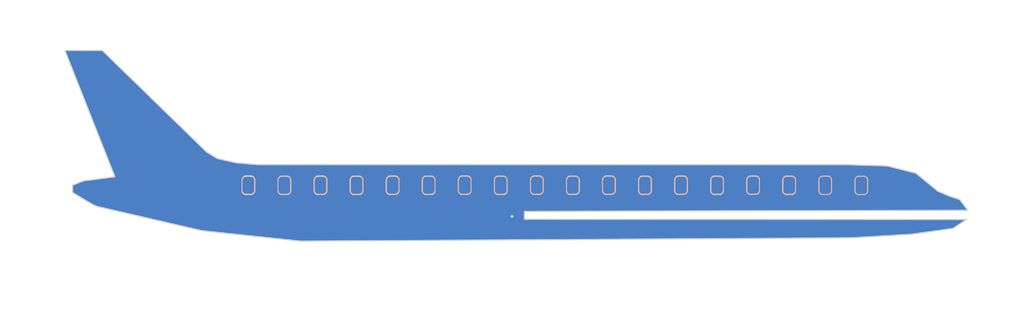
<source format=kicad_pcb>
(kicad_pcb (version 20221018) (generator pcbnew)

  (general
    (thickness 1.6)
  )

  (paper "A4")
  (layers
    (0 "F.Cu" signal)
    (31 "B.Cu" signal)
    (32 "B.Adhes" user "B.Adhesive")
    (33 "F.Adhes" user "F.Adhesive")
    (34 "B.Paste" user)
    (35 "F.Paste" user)
    (36 "B.SilkS" user "B.Silkscreen")
    (37 "F.SilkS" user "F.Silkscreen")
    (38 "B.Mask" user)
    (39 "F.Mask" user)
    (40 "Dwgs.User" user "User.Drawings")
    (41 "Cmts.User" user "User.Comments")
    (42 "Eco1.User" user "User.Eco1")
    (43 "Eco2.User" user "User.Eco2")
    (44 "Edge.Cuts" user)
    (45 "Margin" user)
    (46 "B.CrtYd" user "B.Courtyard")
    (47 "F.CrtYd" user "F.Courtyard")
    (48 "B.Fab" user)
    (49 "F.Fab" user)
    (50 "User.1" user)
    (51 "User.2" user)
    (52 "User.3" user)
    (53 "User.4" user)
    (54 "User.5" user)
    (55 "User.6" user)
    (56 "User.7" user)
    (57 "User.8" user)
    (58 "User.9" user)
  )

  (setup
    (pad_to_mask_clearance 0)
    (pcbplotparams
      (layerselection 0x00010fc_ffffffff)
      (plot_on_all_layers_selection 0x0000000_00000000)
      (disableapertmacros false)
      (usegerberextensions false)
      (usegerberattributes true)
      (usegerberadvancedattributes true)
      (creategerberjobfile true)
      (dashed_line_dash_ratio 12.000000)
      (dashed_line_gap_ratio 3.000000)
      (svgprecision 4)
      (plotframeref false)
      (viasonmask false)
      (mode 1)
      (useauxorigin false)
      (hpglpennumber 1)
      (hpglpenspeed 20)
      (hpglpendiameter 15.000000)
      (dxfpolygonmode true)
      (dxfimperialunits true)
      (dxfusepcbnewfont true)
      (psnegative false)
      (psa4output false)
      (plotreference true)
      (plotvalue true)
      (plotinvisibletext false)
      (sketchpadsonfab false)
      (subtractmaskfromsilk false)
      (outputformat 1)
      (mirror false)
      (drillshape 1)
      (scaleselection 1)
      (outputdirectory "")
    )
  )

  (net 0 "")
  (net 1 "GND")

  (gr_line (start 127.019446 69.779159) (end 128.085868 69.764984)
    (stroke (width 0.15) (type default)) (layer "B.SilkS") (tstamp 00120f44-5a87-4a1d-98d1-ac4112d55921))
  (gr_line (start 133.392543 66.572976) (end 134.427019 66.576016)
    (stroke (width 0.15) (type default)) (layer "B.SilkS") (tstamp 02c69669-4ae5-470a-be24-f284f16e8ed0))
  (gr_arc (start 109.616293 69.199401) (mid 109.414932 69.591935) (end 109.026145 69.800405)
    (stroke (width 0.15) (type default)) (layer "B.SilkS") (tstamp 039624ee-a6f4-4f16-8ac3-8cc987cdf1f6))
  (gr_arc (start 70.946465 66.505176) (mid 71.33524 66.713669) (end 71.536613 67.10618)
    (stroke (width 0.15) (type default)) (layer "B.SilkS") (tstamp 0443ee01-bd83-4395-9960-831054fd7f66))
  (gr_line (start 158.759723 69.81458) (end 159.826145 69.800405)
    (stroke (width 0.15) (type default)) (layer "B.SilkS") (tstamp 07b0c38b-d349-40a5-ba2c-8c10af455ae0))
  (gr_arc (start 82.559723 69.81458) (mid 82.157697 69.586298) (end 81.977025 69.160745)
    (stroke (width 0.15) (type default)) (layer "B.SilkS") (tstamp 08276d1b-4548-4e4b-b629-ac7dfad626f6))
  (gr_line (start 95.311989 66.502136) (end 96.346465 66.505176)
    (stroke (width 0.15) (type default)) (layer "B.SilkS") (tstamp 082b0aa4-8191-47d7-8bb1-0a272dc212f4))
  (gr_arc (start 84.235739 69.12856) (mid 84.034366 69.521071) (end 83.645591 69.729564)
    (stroke (width 0.15) (type default)) (layer "B.SilkS") (tstamp 0981a42e-9945-428d-8b70-b650e03f9802))
  (gr_line (start 152.452266 66.537557) (end 153.486742 66.540597)
    (stroke (width 0.15) (type default)) (layer "B.SilkS") (tstamp 09ba6fb1-9615-4501-8d60-832c48bb131a))
  (gr_line (start 145.47723 67.199608) (end 145.477024 69.160744)
    (stroke (width 0.15) (type default)) (layer "B.SilkS") (tstamp 0a228a46-6834-4499-8738-a2e947403bfc))
  (gr_arc (start 179.45657 69.234821) (mid 179.255209 69.627355) (end 178.866422 69.835825)
    (stroke (width 0.15) (type default)) (layer "B.SilkS") (tstamp 0a78cda1-e21f-43cf-9672-2d26aa421f2d))
  (gr_arc (start 171.459723 69.814579) (mid 171.057691 69.586301) (end 170.877025 69.160744)
    (stroke (width 0.15) (type default)) (layer "B.SilkS") (tstamp 0c65faf1-d2d7-4139-b567-6173e58b7253))
  (gr_arc (start 133.359723 69.81458) (mid 132.957697 69.586298) (end 132.777025 69.160745)
    (stroke (width 0.15) (type default)) (layer "B.SilkS") (tstamp 0cf5e5c2-0abc-4c2a-a871-4fcb90a24be0))
  (gr_line (start 173.117167 67.177021) (end 173.116293 69.199401)
    (stroke (width 0.15) (type default)) (layer "B.SilkS") (tstamp 0d0dc525-15f4-49dc-b7e4-11b7aa6a6ba3))
  (gr_line (start 126.436953 67.164189) (end 126.436747 69.125325)
    (stroke (width 0.15) (type default)) (layer "B.SilkS") (tstamp 0d42c04b-148a-4de2-9f38-4fa88a2608a1))
  (gr_line (start 171.492543 66.572977) (end 172.527019 66.576017)
    (stroke (width 0.15) (type default)) (layer "B.SilkS") (tstamp 0f5250c2-4d53-44c7-a9ee-1ee04c0f46ce))
  (gr_line (start 113.736953 67.164188) (end 113.736747 69.125324)
    (stroke (width 0.15) (type default)) (layer "B.SilkS") (tstamp 0f647d6c-5e37-4c9e-896e-199e8fe5c0e8))
  (gr_line (start 77.87689 67.141601) (end 77.876016 69.163981)
    (stroke (width 0.15) (type default)) (layer "B.SilkS") (tstamp 0fb7fd0c-521e-44fc-a782-1dd666ac2fc8))
  (gr_line (start 81.97723 67.199609) (end 81.977024 69.160745)
    (stroke (width 0.15) (type default)) (layer "B.SilkS") (tstamp 0fd821b2-48bb-4287-846b-f7c8f7049c26))
  (gr_arc (start 145.496676 67.128768) (mid 145.706635 66.71952) (end 146.111989 66.502136)
    (stroke (width 0.15) (type default)) (layer "B.SilkS") (tstamp 0ffe26ad-dcb2-41c4-8a90-73b117dde277))
  (gr_arc (start 101.036953 67.164189) (mid 101.246912 66.754941) (end 101.652266 66.537557)
    (stroke (width 0.15) (type default)) (layer "B.SilkS") (tstamp 10293939-3611-44c9-9c92-fad4e13bca38))
  (gr_line (start 171.459723 69.81458) (end 172.526145 69.800405)
    (stroke (width 0.15) (type default)) (layer "B.SilkS") (tstamp 105e9f2c-457b-4bd3-802d-b8f8ff998775))
  (gr_arc (start 152.419446 69.779159) (mid 152.01742 69.550877) (end 151.836748 69.125324)
    (stroke (width 0.15) (type default)) (layer "B.SilkS") (tstamp 1082c02f-d960-4442-a27a-c33cea9ba484))
  (gr_arc (start 101.619446 69.77916) (mid 101.217414 69.550882) (end 101.036748 69.125325)
    (stroke (width 0.15) (type default)) (layer "B.SilkS") (tstamp 10e84c8a-cdb3-4e8a-99d1-e68307a87734))
  (gr_arc (start 126.436953 67.164189) (mid 126.646912 66.754941) (end 127.052266 66.537557)
    (stroke (width 0.15) (type default)) (layer "B.SilkS") (tstamp 1114e800-98d9-49f3-af8a-a1d3d99270b0))
  (gr_arc (start 147.127019 66.576016) (mid 147.515794 66.784509) (end 147.717167 67.17702)
    (stroke (width 0.15) (type default)) (layer "B.SilkS") (tstamp 1222e3ea-b023-4610-97cd-b241f8eb57f1))
  (gr_arc (start 164.517507 67.235029) (mid 164.72747 66.825783) (end 165.13282 66.608397)
    (stroke (width 0.15) (type default)) (layer "B.SilkS") (tstamp 12252d82-bb29-48f0-a1ef-a6c29433e44a))
  (gr_line (start 145.47723 67.199609) (end 145.477024 69.160745)
    (stroke (width 0.15) (type default)) (layer "B.SilkS") (tstamp 12beba0f-efa6-43ae-b702-6d6c261b635f))
  (gr_arc (start 158.196676 67.128768) (mid 158.406636 66.719521) (end 158.811989 66.502136)
    (stroke (width 0.15) (type default)) (layer "B.SilkS") (tstamp 130bda02-5d4f-4247-b444-4cfb14e8114b))
  (gr_arc (start 127.019446 69.779159) (mid 126.61742 69.550877) (end 126.436748 69.125324)
    (stroke (width 0.15) (type default)) (layer "B.SilkS") (tstamp 15e9d232-13e4-42c1-97c4-3d3414d188bc))
  (gr_line (start 170.87723 67.199608) (end 170.877024 69.160744)
    (stroke (width 0.15) (type default)) (layer "B.SilkS") (tstamp 16ad1515-e108-4574-8e91-a4fed38682e3))
  (gr_arc (start 154.076016 69.16398) (mid 153.874644 69.556492) (end 153.485868 69.764984)
    (stroke (width 0.15) (type default)) (layer "B.SilkS") (tstamp 16d0122a-6542-4f98-9ebc-d0c2daa2dc65))
  (gr_arc (start 145.47723 67.199608) (mid 145.687189 66.79036) (end 146.092543 66.572976)
    (stroke (width 0.15) (type default)) (layer "B.SilkS") (tstamp 17218256-9b4f-4b0f-8e4b-af63377a11de))
  (gr_arc (start 128.086742 66.540597) (mid 128.475517 66.74909) (end 128.67689 67.141601)
    (stroke (width 0.15) (type default)) (layer "B.SilkS") (tstamp 19664a4d-2afb-4b86-89cb-f28ab450ae8f))
  (gr_line (start 120.07723 67.199609) (end 120.077024 69.160745)
    (stroke (width 0.15) (type default)) (layer "B.SilkS") (tstamp 196921fd-28b5-44da-9236-34cd11dd21e0))
  (gr_line (start 146.059723 69.81458) (end 147.126145 69.800405)
    (stroke (width 0.15) (type default)) (layer "B.SilkS") (tstamp 1b4b7484-c0e7-4fcf-ab9c-8387a3cd59b4))
  (gr_arc (start 158.759723 69.814579) (mid 158.357691 69.586301) (end 158.177025 69.160744)
    (stroke (width 0.15) (type default)) (layer "B.SilkS") (tstamp 1b9c396e-3515-44e5-9b67-8fc74721b84d))
  (gr_line (start 133.392543 66.572977) (end 134.427019 66.576017)
    (stroke (width 0.15) (type default)) (layer "B.SilkS") (tstamp 1cd4ef7b-f1d8-490e-935e-73a4bcebaf33))
  (gr_line (start 164.517507 67.235029) (end 164.517301 69.196165)
    (stroke (width 0.15) (type default)) (layer "B.SilkS") (tstamp 1cf7e976-e0e0-43ff-b24c-1b21fc435b93))
  (gr_arc (start 134.427019 66.576017) (mid 134.815794 66.78451) (end 135.017167 67.177021)
    (stroke (width 0.15) (type default)) (layer "B.SilkS") (tstamp 1db9fd7a-759e-4b60-b851-736d5d4cb2c6))
  (gr_arc (start 120.659723 69.81458) (mid 120.257696 69.586298) (end 120.077025 69.160745)
    (stroke (width 0.15) (type default)) (layer "B.SilkS") (tstamp 1e02300b-ed86-4db8-b927-13d67d265d92))
  (gr_line (start 107.979169 69.743739) (end 109.045591 69.729564)
    (stroke (width 0.15) (type default)) (layer "B.SilkS") (tstamp 1eeadfb2-24b6-402b-9d0b-5f2f1e638a43))
  (gr_line (start 160.436613 67.10618) (end 160.435739 69.12856)
    (stroke (width 0.15) (type default)) (layer "B.SilkS") (tstamp 1f0e07e5-cee7-40ee-854b-3fdc8f033b3e))
  (gr_line (start 126.436953 67.164188) (end 126.436747 69.125324)
    (stroke (width 0.15) (type default)) (layer "B.SilkS") (tstamp 1f0e33df-755e-47ae-b4a0-a6b06919353e))
  (gr_line (start 154.057444 67.212441) (end 154.05657 69.234821)
    (stroke (width 0.15) (type default)) (layer "B.SilkS") (tstamp 1f7323cd-7fee-45e1-be9b-8825a4810272))
  (gr_line (start 141.37689 67.1416) (end 141.376016 69.16398)
    (stroke (width 0.15) (type default)) (layer "B.SilkS") (tstamp 20f71489-7e20-41d3-bf54-c5e562c01b31))
  (gr_line (start 147.717167 67.177021) (end 147.716293 69.199401)
    (stroke (width 0.15) (type default)) (layer "B.SilkS") (tstamp 2180a441-64d2-4448-bcc3-ead4c80f0bee))
  (gr_arc (start 113.736953 67.164189) (mid 113.946924 66.754959) (end 114.352266 66.537557)
    (stroke (width 0.15) (type default)) (layer "B.SilkS") (tstamp 23e592c0-17f5-4081-8731-b350fb61644b))
  (gr_arc (start 128.676016 69.16398) (mid 128.474643 69.556491) (end 128.085868 69.764984)
    (stroke (width 0.15) (type default)) (layer "B.SilkS") (tstamp 24b493ee-9486-46e5-a9b7-f9893dbf6ce8))
  (gr_line (start 151.836953 67.164189) (end 151.836747 69.125325)
    (stroke (width 0.15) (type default)) (layer "B.SilkS") (tstamp 24d288c0-a8f5-448c-be9f-56fc69a9d40c))
  (gr_line (start 127.019446 69.779159) (end 128.085868 69.764984)
    (stroke (width 0.15) (type default)) (layer "B.SilkS") (tstamp 24f290e0-fd32-41a1-a3a0-c779b76c23f4))
  (gr_line (start 135.017167 67.177021) (end 135.016293 69.199401)
    (stroke (width 0.15) (type default)) (layer "B.SilkS") (tstamp 260e26eb-51ef-4494-b5ae-912d1d3d4b81))
  (gr_line (start 152.419446 69.77916) (end 153.485868 69.764985)
    (stroke (width 0.15) (type default)) (layer "B.SilkS") (tstamp 26534af3-a711-4cd2-9543-525cecb2b951))
  (gr_arc (start 121.746465 66.505176) (mid 122.13524 66.713669) (end 122.336613 67.10618)
    (stroke (width 0.15) (type default)) (layer "B.SilkS") (tstamp 2757dce4-bbd9-42b7-8526-63085264d37c))
  (gr_arc (start 128.086742 66.540596) (mid 128.475517 66.749089) (end 128.67689 67.1416)
    (stroke (width 0.15) (type default)) (layer "B.SilkS") (tstamp 27b6668d-77c0-4004-b82a-25a47c267ca7))
  (gr_arc (start 141.376016 69.16398) (mid 141.174643 69.556491) (end 140.785868 69.764984)
    (stroke (width 0.15) (type default)) (layer "B.SilkS") (tstamp 2826e664-5ec2-491a-9249-bc2aab50a10f))
  (gr_arc (start 109.027019 66.576017) (mid 109.415787 66.784515) (end 109.617167 67.177021)
    (stroke (width 0.15) (type default)) (layer "B.SilkS") (tstamp 2870838d-0ea0-4d08-8462-d88092c449e8))
  (gr_arc (start 140.786742 66.540596) (mid 141.175517 66.749089) (end 141.37689 67.1416)
    (stroke (width 0.15) (type default)) (layer "B.SilkS") (tstamp 2946927c-a9a0-4087-99d0-8f1555835ea3))
  (gr_arc (start 153.486742 66.540597) (mid 153.875515 66.749092) (end 154.07689 67.141601)
    (stroke (width 0.15) (type default)) (layer "B.SilkS") (tstamp 2997117d-4141-487b-bcb6-6e3176d66145))
  (gr_line (start 69.296676 67.128768) (end 69.29647 69.089904)
    (stroke (width 0.15) (type default)) (layer "B.SilkS") (tstamp 29dcbde1-db82-40a5-afcb-cb3686c8bf0c))
  (gr_arc (start 96.935739 69.12856) (mid 96.734366 69.521071) (end 96.345591 69.729564)
    (stroke (width 0.15) (type default)) (layer "B.SilkS") (tstamp 2a001d37-5a08-4a8f-a1be-2eb3c0ec0d46))
  (gr_arc (start 147.127019 66.576017) (mid 147.515794 66.78451) (end 147.717167 67.177021)
    (stroke (width 0.15) (type default)) (layer "B.SilkS") (tstamp 2a61aca6-33d4-4d68-aae5-057db9007975))
  (gr_arc (start 134.427019 66.576016) (mid 134.815794 66.784509) (end 135.017167 67.17702)
    (stroke (width 0.15) (type default)) (layer "B.SilkS") (tstamp 2b18baf8-27bc-4883-9124-c28246a3eadb))
  (gr_arc (start 166.186742 66.540596) (mid 166.575547 66.749075) (end 166.77689 67.1416)
    (stroke (width 0.15) (type default)) (layer "B.SilkS") (tstamp 2b3f2f05-c918-4c88-8bd3-58a7915a7578))
  (gr_arc (start 88.336953 67.164189) (mid 88.546912 66.754941) (end 88.952266 66.537557)
    (stroke (width 0.15) (type default)) (layer "B.SilkS") (tstamp 2c98b5c3-e2cb-475b-aa34-afa3a2b8cf96))
  (gr_arc (start 146.059723 69.81458) (mid 145.657697 69.586298) (end 145.477025 69.160745)
    (stroke (width 0.15) (type default)) (layer "B.SilkS") (tstamp 2cb69e76-af5e-47ee-8dd1-b10a82aad4ed))
  (gr_arc (start 127.019446 69.77916) (mid 126.61742 69.550878) (end 126.436748 69.125325)
    (stroke (width 0.15) (type default)) (layer "B.SilkS") (tstamp 2d358a70-28f5-4030-9e77-31ca9cb7cd34))
  (gr_arc (start 109.635739 69.12856) (mid 109.434355 69.521052) (end 109.045591 69.729564)
    (stroke (width 0.15) (type default)) (layer "B.SilkS") (tstamp 2e6e9a99-2486-4692-844a-99b11f477102))
  (gr_line (start 165.119446 69.77916) (end 166.185868 69.764985)
    (stroke (width 0.15) (type default)) (layer "B.SilkS") (tstamp 2f233d63-b3db-424b-8b6b-1b0467af04ab))
  (gr_line (start 146.092543 66.572977) (end 147.127019 66.576017)
    (stroke (width 0.15) (type default)) (layer "B.SilkS") (tstamp 2f284017-5202-4197-9021-9a9e3e76b0fc))
  (gr_line (start 152.452266 66.537556) (end 153.486742 66.540596)
    (stroke (width 0.15) (type default)) (layer "B.SilkS") (tstamp 2f58b832-e048-421e-ae82-283d3fe8ecab))
  (gr_line (start 171.492543 66.572976) (end 172.527019 66.576016)
    (stroke (width 0.15) (type default)) (layer "B.SilkS") (tstamp 2faa110c-04e2-41a4-a1e5-ec7d572095b8))
  (gr_arc (start 135.035739 69.12856) (mid 134.834366 69.521071) (end 134.445591 69.729564)
    (stroke (width 0.15) (type default)) (layer "B.SilkS") (tstamp 2fe0cbad-df84-45cb-b2be-86fb98f6adf3))
  (gr_line (start 76.252266 66.537557) (end 77.286742 66.540597)
    (stroke (width 0.15) (type default)) (layer "B.SilkS") (tstamp 31c045ac-d1a7-440d-8e1e-07300f3cb9f9))
  (gr_line (start 120.692543 66.572977) (end 121.727019 66.576017)
    (stroke (width 0.15) (type default)) (layer "B.SilkS") (tstamp 327a7571-de2a-458f-887c-a235a87a7761))
  (gr_arc (start 135.016293 69.199401) (mid 134.81492 69.591912) (end 134.426145 69.800405)
    (stroke (width 0.15) (type default)) (layer "B.SilkS") (tstamp 3298178e-ec3b-441a-96a1-d1af03fc2e9e))
  (gr_line (start 139.136953 67.164189) (end 139.136747 69.125325)
    (stroke (width 0.15) (type default)) (layer "B.SilkS") (tstamp 32c965aa-1e58-432a-be32-b92185e6d985))
  (gr_line (start 127.052266 66.537556) (end 128.086742 66.540596)
    (stroke (width 0.15) (type default)) (layer "B.SilkS") (tstamp 32cf4e21-d974-4eb3-ac71-8349e8feaf10))
  (gr_line (start 177.83282 66.608397) (end 178.867296 66.611437)
    (stroke (width 0.15) (type default)) (layer "B.SilkS") (tstamp 337004dc-d2c5-4644-ab5b-57cc33d335c1))
  (gr_line (start 114.319446 69.779159) (end 115.385868 69.764984)
    (stroke (width 0.15) (type default)) (layer "B.SilkS") (tstamp 33cf1a79-0454-4623-a168-ed0de50dff65))
  (gr_arc (start 89.986742 66.540597) (mid 90.375517 66.74909) (end 90.57689 67.141601)
    (stroke (width 0.15) (type default)) (layer "B.SilkS") (tstamp 349a0da9-9645-4875-bf5e-9dd9b980c229))
  (gr_arc (start 152.419446 69.77916) (mid 152.017414 69.550882) (end 151.836748 69.125325)
    (stroke (width 0.15) (type default)) (layer "B.SilkS") (tstamp 35bd16e8-71a6-4e65-8f48-16780be1d3b1))
  (gr_arc (start 88.919446 69.779159) (mid 88.51742 69.550877) (end 88.336748 69.125324)
    (stroke (width 0.15) (type default)) (layer "B.SilkS") (tstamp 3713b835-c4cc-4468-9a90-794e81bde101))
  (gr_line (start 90.57689 67.141601) (end 90.576016 69.163981)
    (stroke (width 0.15) (type default)) (layer "B.SilkS") (tstamp 379c3a2b-a0dd-407b-9b19-d71da77a8452))
  (gr_arc (start 178.867296 66.611437) (mid 179.256064 66.819935) (end 179.457444 67.212441)
    (stroke (width 0.15) (type default)) (layer "B.SilkS") (tstamp 397422a7-8251-4ead-bb1e-e34f764d30c4))
  (gr_arc (start 90.576016 69.16398) (mid 90.374643 69.556491) (end 89.985868 69.764984)
    (stroke (width 0.15) (type default)) (layer "B.SilkS") (tstamp 399364d4-8dd1-4f02-9e4f-fa6e4d68fcbe))
  (gr_arc (start 95.259723 69.81458) (mid 94.857697 69.586298) (end 94.677025 69.160745)
    (stroke (width 0.15) (type default)) (layer "B.SilkS") (tstamp 39afe357-94da-4090-ae85-269a417f715d))
  (gr_line (start 139.752266 66.537556) (end 140.786742 66.540596)
    (stroke (width 0.15) (type default)) (layer "B.SilkS") (tstamp 39bb9a94-f991-4997-acb4-ec4918a9c8b9))
  (gr_arc (start 135.016293 69.1994) (mid 134.81492 69.591911) (end 134.426145 69.800404)
    (stroke (width 0.15) (type default)) (layer "B.SilkS") (tstamp 3a0cdaf7-3e81-444c-961f-f5183679e9e6))
  (gr_line (start 171.492543 66.572977) (end 172.527019 66.576017)
    (stroke (width 0.15) (type default)) (layer "B.SilkS") (tstamp 3a924381-c058-4cc5-9e3f-80fef3609b68))
  (gr_line (start 154.07689 67.1416) (end 154.076016 69.16398)
    (stroke (width 0.15) (type default)) (layer "B.SilkS") (tstamp 3b2dd3ff-21b6-4e9a-9018-1d37033fe919))
  (gr_arc (start 159.827019 66.576017) (mid 160.215792 66.784512) (end 160.417167 67.177021)
    (stroke (width 0.15) (type default)) (layer "B.SilkS") (tstamp 3d37631b-423e-4a31-af72-6aef97476aaa))
  (gr_arc (start 128.086742 66.540596) (mid 128.475517 66.749089) (end 128.67689 67.1416)
    (stroke (width 0.15) (type default)) (layer "B.SilkS") (tstamp 3df2435d-e825-4b8e-8089-6ffab23aa630))
  (gr_line (start 88.336953 67.164189) (end 88.336747 69.125325)
    (stroke (width 0.15) (type default)) (layer "B.SilkS") (tstamp 3e4890c1-d7fb-454e-b9e9-f4f8c31ac20b))
  (gr_arc (start 81.996676 67.128768) (mid 82.206635 66.71952) (end 82.611989 66.502136)
    (stroke (width 0.15) (type default)) (layer "B.SilkS") (tstamp 3e48df91-08cf-4f93-a065-1e4adb9366e2))
  (gr_arc (start 122.335739 69.12856) (mid 122.134366 69.521071) (end 121.745591 69.729564)
    (stroke (width 0.15) (type default)) (layer "B.SilkS") (tstamp 3e57a025-376a-4e06-8f3c-5dd82e13426d))
  (gr_arc (start 121.727019 66.576017) (mid 122.115787 66.784515) (end 122.317167 67.177021)
    (stroke (width 0.15) (type default)) (layer "B.SilkS") (tstamp 3eb7f18f-77ac-4185-953a-c54721ab94c4))
  (gr_arc (start 90.576016 69.163981) (mid 90.374643 69.556492) (end 89.985868 69.764985)
    (stroke (width 0.15) (type default)) (layer "B.SilkS") (tstamp 3f88fa42-b5be-405f-a15c-720b397834d6))
  (gr_arc (start 141.376016 69.163981) (mid 141.174643 69.556492) (end 140.785868 69.764985)
    (stroke (width 0.15) (type default)) (layer "B.SilkS") (tstamp 3f8d1ad3-bffd-4fea-877f-6337de0b585c))
  (gr_arc (start 164.536953 67.164188) (mid 164.746924 66.754959) (end 165.152266 66.537556)
    (stroke (width 0.15) (type default)) (layer "B.SilkS") (tstamp 40341ea9-612d-48eb-8e43-6b645c205a59))
  (gr_line (start 88.952266 66.537557) (end 89.986742 66.540597)
    (stroke (width 0.15) (type default)) (layer "B.SilkS") (tstamp 403771fd-6e2e-494c-bfce-dd792f632915))
  (gr_arc (start 151.817507 67.235029) (mid 152.027466 66.825781) (end 152.43282 66.608397)
    (stroke (width 0.15) (type default)) (layer "B.SilkS") (tstamp 41827bbd-4b57-485e-9152-4a9c4f0d8226))
  (gr_arc (start 139.136953 67.164189) (mid 139.346912 66.754941) (end 139.752266 66.537557)
    (stroke (width 0.15) (type default)) (layer "B.SilkS") (tstamp 421dbc30-e1e9-4855-a2f8-577bb2da2175))
  (gr_line (start 88.952266 66.537556) (end 89.986742 66.540596)
    (stroke (width 0.15) (type default)) (layer "B.SilkS") (tstamp 42c39975-d44e-46a1-a523-c2b08bc39b4b))
  (gr_arc (start 158.759723 69.81458) (mid 158.357691 69.586302) (end 158.177025 69.160745)
    (stroke (width 0.15) (type default)) (layer "B.SilkS") (tstamp 42fd9a22-566f-4de1-aeed-fd30f74a84ad))
  (gr_arc (start 146.079169 69.743739) (mid 145.677143 69.515457) (end 145.496471 69.089904)
    (stroke (width 0.15) (type default)) (layer "B.SilkS") (tstamp 43d7a210-d943-45fd-acea-403170a53c2a))
  (gr_arc (start 147.716293 69.199401) (mid 147.51492 69.591912) (end 147.126145 69.800405)
    (stroke (width 0.15) (type default)) (layer "B.SilkS") (tstamp 4570b94d-13b8-4525-a493-4c74a7e1ccef))
  (gr_line (start 101.036953 67.164188) (end 101.036747 69.125324)
    (stroke (width 0.15) (type default)) (layer "B.SilkS") (tstamp 45ab7b25-d7dc-4957-abb9-7028bffd862e))
  (gr_arc (start 177.8 69.85) (mid 177.397973 69.621718) (end 177.217302 69.196165)
    (stroke (width 0.15) (type default)) (layer "B.SilkS") (tstamp 4686dc7e-2850-4819-8e66-e8bf68ed83fb))
  (gr_line (start 165.152266 66.537557) (end 166.186742 66.540597)
    (stroke (width 0.15) (type default)) (layer "B.SilkS") (tstamp 469bb3db-3fba-4adf-b92e-691ac2ebcc0e))
  (gr_line (start 141.37689 67.141601) (end 141.376016 69.163981)
    (stroke (width 0.15) (type default)) (layer "B.SilkS") (tstamp 4740eb27-f1df-4654-ad8d-799ceac4182b))
  (gr_arc (start 115.386742 66.540597) (mid 115.775505 66.749099) (end 115.97689 67.141601)
    (stroke (width 0.15) (type default)) (layer "B.SilkS") (tstamp 485c85f0-1a34-4807-a1d0-c1f4f25619ce))
  (gr_arc (start 77.876016 69.16398) (mid 77.674643 69.556491) (end 77.285868 69.764984)
    (stroke (width 0.15) (type default)) (layer "B.SilkS") (tstamp 49535137-cb4e-4326-a2f5-b49535fdc162))
  (gr_line (start 158.17723 67.199608) (end 158.177024 69.160744)
    (stroke (width 0.15) (type default)) (layer "B.SilkS") (tstamp 49bcee3b-0c9d-4497-ad82-ebd3d77d5d41))
  (gr_line (start 90.57689 67.1416) (end 90.576016 69.16398)
    (stroke (width 0.15) (type default)) (layer "B.SilkS") (tstamp 49c860ed-de46-41d2-960f-4fde938ff659))
  (gr_arc (start 141.376016 69.16398) (mid 141.174643 69.556491) (end 140.785868 69.764984)
    (stroke (width 0.15) (type default)) (layer "B.SilkS") (tstamp 4a8edbad-cfae-4efa-84e2-97735abe92e8))
  (gr_arc (start 114.319446 69.77916) (mid 113.917414 69.550882) (end 113.736748 69.125325)
    (stroke (width 0.15) (type default)) (layer "B.SilkS") (tstamp 4aaa05bd-74b8-409e-bb26-6c8f86ba8997))
  (gr_arc (start 158.17723 67.199609) (mid 158.387193 66.790363) (end 158.792543 66.572977)
    (stroke (width 0.15) (type default)) (layer "B.SilkS") (tstamp 4bdbd190-0ad4-4761-9fb3-043aa14034a1))
  (gr_arc (start 69.296676 67.128768) (mid 69.506635 66.71952) (end 69.911989 66.502136)
    (stroke (width 0.15) (type default)) (layer "B.SilkS") (tstamp 4bfa9a93-d090-47a7-a1d9-e288000462c0))
  (gr_line (start 133.379169 69.743739) (end 134.445591 69.729564)
    (stroke (width 0.15) (type default)) (layer "B.SilkS") (tstamp 4c07cf77-d0d5-4ee3-9681-fb88a76e3120))
  (gr_line (start 158.779169 69.743739) (end 159.845591 69.729564)
    (stroke (width 0.15) (type default)) (layer "B.SilkS") (tstamp 4c57a693-5d52-4484-b454-f4fdf0a122f9))
  (gr_line (start 170.87723 67.199609) (end 170.877024 69.160745)
    (stroke (width 0.15) (type default)) (layer "B.SilkS") (tstamp 4d129d7d-827b-48cf-b4d6-9ead13c84027))
  (gr_line (start 165.152266 66.537556) (end 166.186742 66.540596)
    (stroke (width 0.15) (type default)) (layer "B.SilkS") (tstamp 4dd21aa7-0c55-4236-b50c-72aff7b5868d))
  (gr_line (start 132.77723 67.199609) (end 132.777024 69.160745)
    (stroke (width 0.15) (type default)) (layer "B.SilkS") (tstamp 4eed040d-3be9-49b2-9ca0-f1ce9ece2c73))
  (gr_line (start 133.392543 66.572977) (end 134.427019 66.576017)
    (stroke (width 0.15) (type default)) (layer "B.SilkS") (tstamp 4fbf44ad-4a27-45ab-bfc2-07b4dbc19f5e))
  (gr_arc (start 84.216293 69.199401) (mid 84.01492 69.591912) (end 83.626145 69.800405)
    (stroke (width 0.15) (type default)) (layer "B.SilkS") (tstamp 502e7d1d-57a5-4e28-b0db-15e39c3ca872))
  (gr_arc (start 114.319446 69.779159) (mid 113.917414 69.550881) (end 113.736748 69.125324)
    (stroke (width 0.15) (type default)) (layer "B.SilkS") (tstamp 51538e61-fc27-4f54-8815-8b80181b09b5))
  (gr_line (start 158.811989 66.502136) (end 159.846465 66.505176)
    (stroke (width 0.15) (type default)) (layer "B.SilkS") (tstamp 51e95e79-70e2-4723-85fb-e1f7ad0629cc))
  (gr_arc (start 170.87723 67.199609) (mid 171.087201 66.790379) (end 171.492543 66.572977)
    (stroke (width 0.15) (type default)) (layer "B.SilkS") (tstamp 51f8a96d-4d18-4b2f-895c-f0b2efdb5a90))
  (gr_arc (start 127.019446 69.779159) (mid 126.61742 69.550877) (end 126.436748 69.125324)
    (stroke (width 0.15) (type default)) (layer "B.SilkS") (tstamp 52add488-4a25-4906-b485-303a8c396859))
  (gr_arc (start 173.116293 69.199401) (mid 172.914929 69.591923) (end 172.526145 69.800405)
    (stroke (width 0.15) (type default)) (layer "B.SilkS") (tstamp 542abd7e-2a51-43cb-95fe-05aebca7e85c))
  (gr_line (start 166.77689 67.1416) (end 166.776016 69.16398)
    (stroke (width 0.15) (type default)) (layer "B.SilkS") (tstamp 548ff7af-cd2c-4099-b6c1-c7747578f87f))
  (gr_line (start 115.97689 67.1416) (end 115.976016 69.16398)
    (stroke (width 0.15) (type default)) (layer "B.SilkS") (tstamp 549ad62b-803c-45e3-a3b4-b1d37e281901))
  (gr_arc (start 126.436953 67.164188) (mid 126.646912 66.75494) (end 127.052266 66.537556)
    (stroke (width 0.15) (type default)) (layer "B.SilkS") (tstamp 54af6f5a-06b1-402b-b242-7492937c564f))
  (gr_line (start 173.117167 67.17702) (end 173.116293 69.1994)
    (stroke (width 0.15) (type default)) (layer "B.SilkS") (tstamp 550f2d00-1147-4229-b9b6-dc5ef49a34c9))
  (gr_line (start 71.536613 67.10618) (end 71.535739 69.12856)
    (stroke (width 0.15) (type default)) (layer "B.SilkS") (tstamp 559dfbd5-ea77-4ecf-999f-b60fe013e616))
  (gr_arc (start 107.959723 69.81458) (mid 107.557696 69.586298) (end 107.377025 69.160745)
    (stroke (width 0.15) (type default)) (layer "B.SilkS") (tstamp 559f79e0-df79-4edb-a6fb-77fa793f8306))
  (gr_arc (start 109.046465 66.505176) (mid 109.43527 66.713655) (end 109.636613 67.10618)
    (stroke (width 0.15) (type default)) (layer "B.SilkS") (tstamp 574e66f7-e4e4-45c6-beb6-805811de85cf))
  (gr_arc (start 152.4 69.85) (mid 151.997974 69.621718) (end 151.817302 69.196165)
    (stroke (width 0.15) (type default)) (layer "B.SilkS") (tstamp 579fae42-c554-4d1f-a7f9-4e1fecb6a8e6))
  (gr_arc (start 132.77723 67.199609) (mid 132.987189 66.790361) (end 133.392543 66.572977)
    (stroke (width 0.15) (type default)) (layer "B.SilkS") (tstamp 58572d93-36f4-45b7-aa38-c0d3d33814d0))
  (gr_line (start 158.759723 69.81458) (end 159.826145 69.800405)
    (stroke (width 0.15) (type default)) (layer "B.SilkS") (tstamp 599317f4-42bf-4af7-85d1-1017ad5bc0e5))
  (gr_arc (start 102.686742 66.540597) (mid 103.075515 66.749092) (end 103.27689 67.141601)
    (stroke (width 0.15) (type default)) (layer "B.SilkS") (tstamp 5a3090be-d9d8-4deb-bb35-13d64e171b6f))
  (gr_line (start 164.536953 67.164189) (end 164.536747 69.125325)
    (stroke (width 0.15) (type default)) (layer "B.SilkS") (tstamp 5a53b091-264e-49ad-97c4-72375673b649))
  (gr_line (start 132.796676 67.128768) (end 132.79647 69.089904)
    (stroke (width 0.15) (type default)) (layer "B.SilkS") (tstamp 5b5549c4-0d69-4c9d-817d-f15b57b1d524))
  (gr_arc (start 151.836953 67.164188) (mid 152.046912 66.75494) (end 152.452266 66.537556)
    (stroke (width 0.15) (type default)) (layer "B.SilkS") (tstamp 5b80afa4-58ef-47ea-aa52-39436703d85d))
  (gr_arc (start 166.167296 66.611437) (mid 166.556064 66.819935) (end 166.757444 67.212441)
    (stroke (width 0.15) (type default)) (layer "B.SilkS") (tstamp 5c543248-4c5b-4ed8-a27d-7fbcc9c099bc))
  (gr_line (start 76.219446 69.779159) (end 77.285868 69.764984)
    (stroke (width 0.15) (type default)) (layer "B.SilkS") (tstamp 5d0557ea-81a3-4d81-b971-3abb72832b51))
  (gr_arc (start 165.119446 69.77916) (mid 164.717414 69.550882) (end 164.536748 69.125325)
    (stroke (width 0.15) (type default)) (layer "B.SilkS") (tstamp 5d2d161e-d60a-4889-b4b2-73eea2fc7633))
  (gr_line (start 128.67689 67.1416) (end 128.676016 69.16398)
    (stroke (width 0.15) (type default)) (layer "B.SilkS") (tstamp 5d70282e-8ea4-41d3-ad2a-723f2f447182))
  (gr_line (start 166.77689 67.141601) (end 166.776016 69.163981)
    (stroke (width 0.15) (type default)) (layer "B.SilkS") (tstamp 5d810046-4830-48e2-81f2-88c87b388905))
  (gr_line (start 94.696676 67.128768) (end 94.69647 69.089904)
    (stroke (width 0.15) (type default)) (layer "B.SilkS") (tstamp 5f8e9e93-043e-40f0-b146-8bcb20bca047))
  (gr_line (start 101.619446 69.779159) (end 102.685868 69.764984)
    (stroke (width 0.15) (type default)) (layer "B.SilkS") (tstamp 601b331a-7a9f-4102-a881-417af4a8554b))
  (gr_line (start 139.719446 69.779159) (end 140.785868 69.764984)
    (stroke (width 0.15) (type default)) (layer "B.SilkS") (tstamp 6045f592-3c86-4e4c-a4eb-0e8a5a6498cd))
  (gr_arc (start 159.846465 66.505176) (mid 160.23527 66.713655) (end 160.436613 67.10618)
    (stroke (width 0.15) (type default)) (layer "B.SilkS") (tstamp 60e042d7-55a3-4bb9-8d85-2f73e807b0a5))
  (gr_line (start 147.736613 67.10618) (end 147.735739 69.12856)
    (stroke (width 0.15) (type default)) (layer "B.SilkS") (tstamp 60fd0240-8b91-4c97-b1de-90fd87f575d8))
  (gr_arc (start 103.276016 69.163981) (mid 103.074644 69.556493) (end 102.685868 69.764985)
    (stroke (width 0.15) (type default)) (layer "B.SilkS") (tstamp 6157ff27-42bf-4f5b-a266-7a9b918ab93e))
  (gr_arc (start 164.536953 67.164189) (mid 164.746924 66.754959) (end 165.152266 66.537557)
    (stroke (width 0.15) (type default)) (layer "B.SilkS") (tstamp 62eeb6bb-9e96-4e17-a8b4-492fea8ceafe))
  (gr_line (start 120.679169 69.743739) (end 121.745591 69.729564)
    (stroke (width 0.15) (type default)) (layer "B.SilkS") (tstamp 632ae6c3-e45f-4332-bb5b-22eabbd4c9d6))
  (gr_line (start 88.336953 67.164188) (end 88.336747 69.125324)
    (stroke (width 0.15) (type default)) (layer "B.SilkS") (tstamp 63cc5fdd-bfa3-45da-ad05-192bdebc31f6))
  (gr_line (start 127.052266 66.537557) (end 128.086742 66.540597)
    (stroke (width 0.15) (type default)) (layer "B.SilkS") (tstamp 6455361a-c32e-4400-a0b5-57a66a919791))
  (gr_line (start 95.292543 66.572977) (end 96.327019 66.576017)
    (stroke (width 0.15) (type default)) (layer "B.SilkS") (tstamp 65fc900d-b39f-49eb-8903-d217263207a8))
  (gr_arc (start 153.486742 66.540596) (mid 153.875517 66.749089) (end 154.07689 67.1416)
    (stroke (width 0.15) (type default)) (layer "B.SilkS") (tstamp 661f71b8-540f-4c71-93f6-6106679fc66d))
  (gr_arc (start 146.059723 69.81458) (mid 145.657697 69.586298) (end 145.477025 69.160745)
    (stroke (width 0.15) (type default)) (layer "B.SilkS") (tstamp 668d42f0-81f5-4898-afe4-04b9b914e7ef))
  (gr_line (start 133.359723 69.814579) (end 134.426145 69.800404)
    (stroke (width 0.15) (type default)) (layer "B.SilkS") (tstamp 69e89af6-5a2f-43c7-8b47-15e7ba9582a3))
  (gr_line (start 160.417167 67.177021) (end 160.416293 69.199401)
    (stroke (width 0.15) (type default)) (layer "B.SilkS") (tstamp 6a62d047-8e43-4bd2-a124-98564365e110))
  (gr_line (start 120.711989 66.502136) (end 121.746465 66.505176)
    (stroke (width 0.15) (type default)) (layer "B.SilkS") (tstamp 6c01095e-3ecd-4f8b-8dce-f2395539ab66))
  (gr_line (start 151.836953 67.164188) (end 151.836747 69.125324)
    (stroke (width 0.15) (type default)) (layer "B.SilkS") (tstamp 6d9331a1-86a5-4ba7-ade8-9abc3118785c))
  (gr_arc (start 128.676016 69.163981) (mid 128.474643 69.556492) (end 128.085868 69.764985)
    (stroke (width 0.15) (type default)) (layer "B.SilkS") (tstamp 6f437b8a-71c6-40ed-8de2-fe18aef74af8))
  (gr_arc (start 139.117507 67.235029) (mid 139.327466 66.825781) (end 139.73282 66.608397)
    (stroke (width 0.15) (type default)) (layer "B.SilkS") (tstamp 6f96798c-1dda-4dbb-90de-498548975814))
  (gr_arc (start 164.536953 67.164188) (mid 164.746913 66.754941) (end 165.152266 66.537556)
    (stroke (width 0.15) (type default)) (layer "B.SilkS") (tstamp 708eab69-4728-43a1-95cb-15da102a0e27))
  (gr_line (start 146.111989 66.502136) (end 147.146465 66.505176)
    (stroke (width 0.15) (type default)) (layer "B.SilkS") (tstamp 70fd0643-d87f-42cd-86b8-276c0f4ad9cc))
  (gr_arc (start 152.419446 69.779159) (mid 152.017414 69.550881) (end 151.836748 69.125324)
    (stroke (width 0.15) (type default)) (layer "B.SilkS") (tstamp 71c2c045-ca89-414a-9152-7c44b8ee2463))
  (gr_arc (start 166.186742 66.540596) (mid 166.575505 66.749098) (end 166.77689 67.1416)
    (stroke (width 0.15) (type default)) (layer "B.SilkS") (tstamp 747f6510-861e-4dfa-8393-1e526a120ff9))
  (gr_line (start 158.792543 66.572977) (end 159.827019 66.576017)
    (stroke (width 0.15) (type default)) (layer "B.SilkS") (tstamp 74a53d09-e53f-4f3b-9f62-59488dbe9615))
  (gr_arc (start 115.386742 66.540596) (mid 115.775505 66.749098) (end 115.97689 67.1416)
    (stroke (width 0.15) (type default)) (layer "B.SilkS") (tstamp 75e9f03e-ebe2-4b9c-a1b2-f354cdf6d5d3))
  (gr_arc (start 69.879169 69.743739) (mid 69.477143 69.515457) (end 69.296471 69.089904)
    (stroke (width 0.15) (type default)) (layer "B.SilkS") (tstamp 76bf14c8-1e7b-4e68-8e5c-0b95c28faced))
  (gr_line (start 152.452266 66.537556) (end 153.486742 66.540596)
    (stroke (width 0.15) (type default)) (layer "B.SilkS") (tstamp 77196625-2454-4d36-9731-97150f9da6bd))
  (gr_arc (start 158.17723 67.199609) (mid 158.387189 66.790361) (end 158.792543 66.572977)
    (stroke (width 0.15) (type default)) (layer "B.SilkS") (tstamp 77396e4c-9f5c-47d9-92e7-42d7607335b3))
  (gr_arc (start 120.07723 67.199609) (mid 120.287193 66.790363) (end 120.692543 66.572977)
    (stroke (width 0.15) (type default)) (layer "B.SilkS") (tstamp 78414992-de09-40d6-9145-77530136e861))
  (gr_line (start 166.77689 67.1416) (end 166.776016 69.16398)
    (stroke (width 0.15) (type default)) (layer "B.SilkS") (tstamp 7846130d-1a85-4b25-9b68-133f0c49f571))
  (gr_line (start 139.73282 66.608397) (end 140.767296 66.611437)
    (stroke (width 0.15) (type default)) (layer "B.SilkS") (tstamp 78dc4d96-64cb-4957-98ce-4cdf3a6ebcb2))
  (gr_line (start 126.436953 67.164188) (end 126.436747 69.125324)
    (stroke (width 0.15) (type default)) (layer "B.SilkS") (tstamp 78e2b1e9-ad26-4727-9940-7b1b8618ecbf))
  (gr_line (start 158.196676 67.128768) (end 158.19647 69.089904)
    (stroke (width 0.15) (type default)) (layer "B.SilkS") (tstamp 7a1407c3-48a5-47c2-ba81-fb3072327f43))
  (gr_arc (start 135.016293 69.199401) (mid 134.81492 69.591912) (end 134.426145 69.800405)
    (stroke (width 0.15) (type default)) (layer "B.SilkS") (tstamp 7b818c83-d54b-442e-962d-d7e03d9f273e))
  (gr_line (start 120.659723 69.81458) (end 121.726145 69.800405)
    (stroke (width 0.15) (type default)) (layer "B.SilkS") (tstamp 7b83bea2-710d-4f74-870f-6f2cba3920c1))
  (gr_arc (start 145.47723 67.199609) (mid 145.687189 66.790361) (end 146.092543 66.572977)
    (stroke (width 0.15) (type default)) (layer "B.SilkS") (tstamp 7bd525a0-6d10-422d-ac9c-ff1212a683e5))
  (gr_line (start 122.317167 67.177021) (end 122.316293 69.199401)
    (stroke (width 0.15) (type default)) (layer "B.SilkS") (tstamp 7ce93cc7-8829-4a46-b7cc-bb53c742da1d))
  (gr_arc (start 147.735739 69.12856) (mid 147.534366 69.521071) (end 147.145591 69.729564)
    (stroke (width 0.15) (type default)) (layer "B.SilkS") (tstamp 7d31f577-6b8a-4a57-8529-08b97d796c6b))
  (gr_line (start 101.036953 67.164189) (end 101.036747 69.125325)
    (stroke (width 0.15) (type default)) (layer "B.SilkS") (tstamp 7d54f04a-5f56-4246-9d16-dd4b1e30f21b))
  (gr_line (start 132.77723 67.199609) (end 132.777024 69.160745)
    (stroke (width 0.15) (type default)) (layer "B.SilkS") (tstamp 7e09993e-247e-4fda-99bc-8411d0d5fb2e))
  (gr_line (start 139.136953 67.164188) (end 139.136747 69.125324)
    (stroke (width 0.15) (type default)) (layer "B.SilkS") (tstamp 7f31634a-a01d-44d1-8396-f3f7481fdd44))
  (gr_line (start 132.77723 67.199608) (end 132.777024 69.160744)
    (stroke (width 0.15) (type default)) (layer "B.SilkS") (tstamp 7fb64eb9-7e3a-47e1-9200-3a9b302bcc74))
  (gr_line (start 154.07689 67.1416) (end 154.076016 69.16398)
    (stroke (width 0.15) (type default)) (layer "B.SilkS") (tstamp 81bc48fb-e5f8-4204-8be3-39c7277430f8))
  (gr_arc (start 139.7 69.85) (mid 139.297974 69.621718) (end 139.117302 69.196165)
    (stroke (width 0.15) (type default)) (layer "B.SilkS") (tstamp 81c4cfd6-25f0-43fd-bd30-7e6cd4a5730b))
  (gr_line (start 95.279169 69.743739) (end 96.345591 69.729564)
    (stroke (width 0.15) (type default)) (layer "B.SilkS") (tstamp 823dce6c-a2df-4a9f-9608-73b31d731cc8))
  (gr_line (start 113.736953 67.164189) (end 113.736747 69.125325)
    (stroke (width 0.15) (type default)) (layer "B.SilkS") (tstamp 83153528-0849-43be-93df-62cefc7fb85b))
  (gr_line (start 84.217167 67.177021) (end 84.216293 69.199401)
    (stroke (width 0.15) (type default)) (layer "B.SilkS") (tstamp 843ff8fd-02cb-4680-9000-7182913e1939))
  (gr_line (start 69.911989 66.502136) (end 70.946465 66.505176)
    (stroke (width 0.15) (type default)) (layer "B.SilkS") (tstamp 855088db-101d-411e-ac8b-5b83d28847b7))
  (gr_line (start 160.417167 67.177021) (end 160.416293 69.199401)
    (stroke (width 0.15) (type default)) (layer "B.SilkS") (tstamp 85a32503-68b4-4f7b-8319-46c0aa4e1339))
  (gr_line (start 96.917167 67.177021) (end 96.916293 69.199401)
    (stroke (width 0.15) (type default)) (layer "B.SilkS") (tstamp 8673e06e-728d-42b4-8ea4-a6c08150c52c))
  (gr_line (start 139.117507 67.235029) (end 139.117301 69.196165)
    (stroke (width 0.15) (type default)) (layer "B.SilkS") (tstamp 8953b5ca-4c5e-46d3-9d3e-544e3b01b4d1))
  (gr_line (start 75.636953 67.164188) (end 75.636747 69.125324)
    (stroke (width 0.15) (type default)) (layer "B.SilkS") (tstamp 89d52c71-0404-4a60-b767-43cc9e8b4b08))
  (gr_arc (start 139.719446 69.77916) (mid 139.31742 69.550878) (end 139.136748 69.125325)
    (stroke (width 0.15) (type default)) (layer "B.SilkS") (tstamp 8a0c50b1-4163-4eac-a590-7c0e5ecb8176))
  (gr_arc (start 171.459723 69.81458) (mid 171.057696 69.586298) (end 170.877025 69.160745)
    (stroke (width 0.15) (type default)) (layer "B.SilkS") (tstamp 8a32d30a-5a94-4b27-9f1f-34596465b079))
  (gr_line (start 160.417167 67.17702) (end 160.416293 69.1994)
    (stroke (width 0.15) (type default)) (layer "B.SilkS") (tstamp 8aec12da-ef7a-466b-8ad7-3a898c8c0345))
  (gr_arc (start 154.076016 69.16398) (mid 153.874643 69.556491) (end 153.485868 69.764984)
    (stroke (width 0.15) (type default)) (layer "B.SilkS") (tstamp 8afdef20-c443-4f49-9d7d-6b9e0693bdcf))
  (gr_line (start 88.919446 69.779159) (end 89.985868 69.764984)
    (stroke (width 0.15) (type default)) (layer "B.SilkS") (tstamp 8be2d624-4fd3-46e7-b930-d7f4e51d1816))
  (gr_line (start 84.236613 67.10618) (end 84.235739 69.12856)
    (stroke (width 0.15) (type default)) (layer "B.SilkS") (tstamp 8c627228-a333-48de-811c-1370456c2b24))
  (gr_line (start 76.219446 69.77916) (end 77.285868 69.764985)
    (stroke (width 0.15) (type default)) (layer "B.SilkS") (tstamp 8e157aad-52bf-4bfa-92dd-efe529c14a8c))
  (gr_arc (start 120.096676 67.128768) (mid 120.306635 66.71952) (end 120.711989 66.502136)
    (stroke (width 0.15) (type default)) (layer "B.SilkS") (tstamp 8e1d5a3a-c2f7-4c5f-8df7-aa1404e63b5d))
  (gr_arc (start 166.776016 69.16398) (mid 166.574632 69.556472) (end 166.185868 69.764984)
    (stroke (width 0.15) (type default)) (layer "B.SilkS") (tstamp 8e1ff05a-ce50-4a09-b31f-baccbf623240))
  (gr_line (start 127.052266 66.537556) (end 128.086742 66.540596)
    (stroke (width 0.15) (type default)) (layer "B.SilkS") (tstamp 8eb7a1d4-d9c9-4f82-a759-438750c7bcb2))
  (gr_arc (start 128.676016 69.16398) (mid 128.474643 69.556491) (end 128.085868 69.764984)
    (stroke (width 0.15) (type default)) (layer "B.SilkS") (tstamp 8f4db9b1-d844-44fe-b37e-80468728298b))
  (gr_line (start 107.959723 69.81458) (end 109.026145 69.800405)
    (stroke (width 0.15) (type default)) (layer "B.SilkS") (tstamp 8fe9f226-1a4b-47ee-91cf-28dcb8a2bcac))
  (gr_arc (start 147.716293 69.1994) (mid 147.51492 69.591911) (end 147.126145 69.800404)
    (stroke (width 0.15) (type default)) (layer "B.SilkS") (tstamp 910c7a59-0d59-450b-8a6d-f97daaf995a0))
  (gr_line (start 135.036613 67.10618) (end 135.035739 69.12856)
    (stroke (width 0.15) (type default)) (layer "B.SilkS") (tstamp 9114c5b5-4465-49a3-a9eb-9001762493d8))
  (gr_line (start 139.7 69.85) (end 140.766422 69.835825)
    (stroke (width 0.15) (type default)) (layer "B.SilkS") (tstamp 913fb50b-040d-4b51-9577-b1494675cf96))
  (gr_arc (start 122.316293 69.199401) (mid 122.114932 69.591935) (end 121.726145 69.800405)
    (stroke (width 0.15) (type default)) (layer "B.SilkS") (tstamp 91e5f771-82c8-4530-974f-8bfe59dfa272))
  (gr_arc (start 82.579169 69.743739) (mid 82.177143 69.515457) (end 81.996471 69.089904)
    (stroke (width 0.15) (type default)) (layer "B.SilkS") (tstamp 91f13053-eff1-49c4-a1ea-65a825bc0968))
  (gr_arc (start 71.535739 69.12856) (mid 71.334366 69.521071) (end 70.945591 69.729564)
    (stroke (width 0.15) (type default)) (layer "B.SilkS") (tstamp 93c81415-3428-4fbc-b58a-3f0853ed18c5))
  (gr_line (start 82.611989 66.502136) (end 83.646465 66.505176)
    (stroke (width 0.15) (type default)) (layer "B.SilkS") (tstamp 93c8fd20-d0a2-4a51-aae6-99c9c9042aaa))
  (gr_arc (start 77.876016 69.163981) (mid 77.674643 69.556492) (end 77.285868 69.764985)
    (stroke (width 0.15) (type default)) (layer "B.SilkS") (tstamp 94f860be-3ddc-4aeb-8e12-4feefff7ea2a))
  (gr_arc (start 101.619446 69.779159) (mid 101.217414 69.550881) (end 101.036748 69.125324)
    (stroke (width 0.15) (type default)) (layer "B.SilkS") (tstamp 95098009-8072-4b8e-af2a-da62ce7b432a))
  (gr_line (start 152.419446 69.779159) (end 153.485868 69.764984)
    (stroke (width 0.15) (type default)) (layer "B.SilkS") (tstamp 96220f85-e1ba-41ff-b096-d0f3ea1d5db2))
  (gr_arc (start 172.527019 66.576017) (mid 172.915782 66.784519) (end 173.117167 67.177021)
    (stroke (width 0.15) (type default)) (layer "B.SilkS") (tstamp 987dff04-fefa-4179-9195-533a430c8be0))
  (gr_line (start 103.27689 67.1416) (end 103.276016 69.16398)
    (stroke (width 0.15) (type default)) (layer "B.SilkS") (tstamp 98bdaaec-760f-4ff8-847c-744b74309998))
  (gr_line (start 146.079169 69.743739) (end 147.145591 69.729564)
    (stroke (width 0.15) (type default)) (layer "B.SilkS") (tstamp 98ebb3e1-f4ef-466c-9d8c-354a794a483f))
  (gr_line (start 166.757444 67.212441) (end 166.75657 69.234821)
    (stroke (width 0.15) (type default)) (layer "B.SilkS") (tstamp 99e45cf1-cd43-4401-8b3a-b6a4289bff50))
  (gr_line (start 152.4 69.85) (end 153.466422 69.835825)
    (stroke (width 0.15) (type default)) (layer "B.SilkS") (tstamp 99fb2abd-2f6a-4a00-9ac9-eb7e3fcb8bd8))
  (gr_line (start 133.411989 66.502136) (end 134.446465 66.505176)
    (stroke (width 0.15) (type default)) (layer "B.SilkS") (tstamp 9b0af200-6dcb-4cdf-95cf-e89f0278eaf2))
  (gr_arc (start 173.116293 69.1994) (mid 172.91493 69.591922) (end 172.526145 69.800404)
    (stroke (width 0.15) (type default)) (layer "B.SilkS") (tstamp 9b66f38a-2e6a-48ae-b0ff-f141837425e5))
  (gr_arc (start 151.836953 67.164189) (mid 152.046912 66.754941) (end 152.452266 66.537557)
    (stroke (width 0.15) (type default)) (layer "B.SilkS") (tstamp 9ba5dd5f-f37d-4afd-9b65-9d6f7884decf))
  (gr_line (start 114.319446 69.77916) (end 115.385868 69.764985)
    (stroke (width 0.15) (type default)) (layer "B.SilkS") (tstamp 9cab3d75-e608-4361-83b9-e51ead48ecd2))
  (gr_arc (start 145.47723 67.199609) (mid 145.687189 66.790361) (end 146.092543 66.572977)
    (stroke (width 0.15) (type default)) (layer "B.SilkS") (tstamp 9caeb65b-d499-47f7-a60a-154fe8071d16))
  (gr_arc (start 147.127019 66.576017) (mid 147.515794 66.78451) (end 147.717167 67.177021)
    (stroke (width 0.15) (type default)) (layer "B.SilkS") (tstamp 9dad9839-a967-4952-917b-2250801a1056))
  (gr_line (start 94.67723 67.199609) (end 94.677024 69.160745)
    (stroke (width 0.15) (type default)) (layer "B.SilkS") (tstamp 9e0195cb-12d6-462e-b2db-e74392c9cbf1))
  (gr_line (start 96.936613 67.10618) (end 96.935739 69.12856)
    (stroke (width 0.15) (type default)) (layer "B.SilkS") (tstamp 9e0cbb28-d5dc-45f2-b1a3-9a9b1a7d58f8))
  (gr_line (start 165.119446 69.779159) (end 166.185868 69.764984)
    (stroke (width 0.15) (type default)) (layer "B.SilkS") (tstamp 9ea39512-7dc1-4f23-a75b-4676ece32164))
  (gr_line (start 107.37723 67.199609) (end 107.377024 69.160745)
    (stroke (width 0.15) (type default)) (layer "B.SilkS") (tstamp 9ec62858-d0d5-4773-9139-ca24d2dacf06))
  (gr_arc (start 88.336953 67.164188) (mid 88.546912 66.75494) (end 88.952266 66.537556)
    (stroke (width 0.15) (type default)) (layer "B.SilkS") (tstamp a00e49ab-f236-4d65-a8f2-547fd1134ece))
  (gr_line (start 115.97689 67.141601) (end 115.976016 69.163981)
    (stroke (width 0.15) (type default)) (layer "B.SilkS") (tstamp a0dab220-63fa-49c1-95f9-ee9661e2f3e4))
  (gr_arc (start 147.146465 66.505176) (mid 147.53524 66.713669) (end 147.736613 67.10618)
    (stroke (width 0.15) (type default)) (layer "B.SilkS") (tstamp a461003c-68db-411e-b736-c9fe9878b29c))
  (gr_arc (start 158.779169 69.743739) (mid 158.377132 69.515465) (end 158.196471 69.089904)
    (stroke (width 0.15) (type default)) (layer "B.SilkS") (tstamp a48927b3-8f91-408e-927e-cfe5030f4583))
  (gr_arc (start 147.716293 69.199401) (mid 147.51492 69.591912) (end 147.126145 69.800405)
    (stroke (width 0.15) (type default)) (layer "B.SilkS") (tstamp a517719f-0de2-4490-8bb1-76d7f36a1291))
  (gr_line (start 145.496676 67.128768) (end 145.49647 69.089904)
    (stroke (width 0.15) (type default)) (layer "B.SilkS") (tstamp a66b9fec-c69a-49dc-9e84-3ea4630628e5))
  (gr_arc (start 170.87723 67.199608) (mid 171.087201 66.790379) (end 171.492543 66.572976)
    (stroke (width 0.15) (type default)) (layer "B.SilkS") (tstamp a6f2d7c1-51a7-48b3-baa6-b646109c611e))
  (gr_arc (start 134.446465 66.505176) (mid 134.83524 66.713669) (end 135.036613 67.10618)
    (stroke (width 0.15) (type default)) (layer "B.SilkS") (tstamp a771513c-cf2f-4e29-bf68-da862841429c))
  (gr_line (start 145.47723 67.199609) (end 145.477024 69.160745)
    (stroke (width 0.15) (type default)) (layer "B.SilkS") (tstamp a8a75c23-1911-4c59-88a3-e8d6b38e4131))
  (gr_arc (start 75.636953 67.164188) (mid 75.846912 66.75494) (end 76.252266 66.537556)
    (stroke (width 0.15) (type default)) (layer "B.SilkS") (tstamp a8cc7b7c-3a68-4211-be5e-632f7eb82a80))
  (gr_line (start 135.017167 67.177021) (end 135.016293 69.199401)
    (stroke (width 0.15) (type default)) (layer "B.SilkS") (tstamp a8dd5314-6f7b-4517-a1ee-eabda4166396))
  (gr_arc (start 177.217507 67.235029) (mid 177.42747 66.825783) (end 177.83282 66.608397)
    (stroke (width 0.15) (type default)) (layer "B.SilkS") (tstamp a8ed2d4c-45d7-46b1-b066-fb432a7738ec))
  (gr_arc (start 139.719446 69.779159) (mid 139.31742 69.550877) (end 139.136748 69.125324)
    (stroke (width 0.15) (type default)) (layer "B.SilkS") (tstamp aa1a1799-a5a8-4747-a576-7c06f7d0ae25))
  (gr_line (start 95.259723 69.81458) (end 96.326145 69.800405)
    (stroke (width 0.15) (type default)) (layer "B.SilkS") (tstamp aa6c53bc-b883-4e63-9df5-0cd93fb61f59))
  (gr_arc (start 171.459723 69.81458) (mid 171.057691 69.586302) (end 170.877025 69.160745)
    (stroke (width 0.15) (type default)) (layer "B.SilkS") (tstamp aaed46a2-115f-4df4-be8b-a3a1507c7443))
  (gr_arc (start 102.686742 66.540596) (mid 103.075515 66.74909) (end 103.27689 67.1416)
    (stroke (width 0.15) (type default)) (layer "B.SilkS") (tstamp ab7d055a-c4ec-4077-9eb5-a535c497d928))
  (gr_line (start 171.459723 69.81458) (end 172.526145 69.800405)
    (stroke (width 0.15) (type default)) (layer "B.SilkS") (tstamp ab7f1beb-3feb-425e-a39d-7ac46dac2380))
  (gr_line (start 107.992543 66.572977) (end 109.027019 66.576017)
    (stroke (width 0.15) (type default)) (layer "B.SilkS") (tstamp abb29a2f-b80a-4207-a60f-c0c468664b29))
  (gr_line (start 158.792543 66.572976) (end 159.827019 66.576016)
    (stroke (width 0.15) (type default)) (layer "B.SilkS") (tstamp abe97d56-a899-4779-8d66-10864e0add38))
  (gr_arc (start 134.427019 66.576017) (mid 134.815794 66.78451) (end 135.017167 67.177021)
    (stroke (width 0.15) (type default)) (layer "B.SilkS") (tstamp ac440f11-d459-40ae-861a-8195fae9add1))
  (gr_line (start 77.87689 67.1416) (end 77.876016 69.16398)
    (stroke (width 0.15) (type default)) (layer "B.SilkS") (tstamp ac67a429-23a4-47e7-92ae-492798f84f77))
  (gr_line (start 164.536953 67.164188) (end 164.536747 69.125324)
    (stroke (width 0.15) (type default)) (layer "B.SilkS") (tstamp ace7bf05-4734-4e7e-b329-3670d9e4b863))
  (gr_arc (start 75.636953 67.164189) (mid 75.846912 66.754941) (end 76.252266 66.537557)
    (stroke (width 0.15) (type default)) (layer "B.SilkS") (tstamp ad04686e-305e-4f87-8e5b-f1bdce24e589))
  (gr_arc (start 172.527019 66.576017) (mid 172.915787 66.784515) (end 173.117167 67.177021)
    (stroke (width 0.15) (type default)) (layer "B.SilkS") (tstamp ad28d905-d376-4ebc-8f81-f8400dbdbd8e))
  (gr_arc (start 133.359723 69.81458) (mid 132.957697 69.586298) (end 132.777025 69.160745)
    (stroke (width 0.15) (type default)) (layer "B.SilkS") (tstamp adcbdf92-eb97-435d-99f0-9b4786510460))
  (gr_line (start 75.636953 67.164189) (end 75.636747 69.125325)
    (stroke (width 0.15) (type default)) (layer "B.SilkS") (tstamp aead75fe-5c56-4bcc-ab6f-99cb19cdee90))
  (gr_line (start 82.579169 69.743739) (end 83.645591 69.729564)
    (stroke (width 0.15) (type default)) (layer "B.SilkS") (tstamp b0b9bfeb-e377-4019-8948-9a7932a27f86))
  (gr_line (start 158.17723 67.199609) (end 158.177024 69.160745)
    (stroke (width 0.15) (type default)) (layer "B.SilkS") (tstamp b13f816b-9630-4e11-b908-75fcbcb79905))
  (gr_arc (start 77.286742 66.540597) (mid 77.675517 66.74909) (end 77.87689 67.141601)
    (stroke (width 0.15) (type default)) (layer "B.SilkS") (tstamp b22c72c6-8047-46b7-bec1-695f6abb6b78))
  (gr_line (start 101.619446 69.77916) (end 102.685868 69.764985)
    (stroke (width 0.15) (type default)) (layer "B.SilkS") (tstamp b2a4932f-5608-4b42-8900-e30a6c46df3f))
  (gr_arc (start 140.786742 66.540596) (mid 141.175517 66.749089) (end 141.37689 67.1416)
    (stroke (width 0.15) (type default)) (layer "B.SilkS") (tstamp b2e84b13-a036-459a-b5cd-6c8ea7979af5))
  (gr_line (start 82.592543 66.572977) (end 83.627019 66.576017)
    (stroke (width 0.15) (type default)) (layer "B.SilkS") (tstamp b3f6fa42-fb5b-4517-921b-9a53b975def9))
  (gr_line (start 133.359723 69.81458) (end 134.426145 69.800405)
    (stroke (width 0.15) (type default)) (layer "B.SilkS") (tstamp b541bfa0-ab42-4f88-b994-1b82ae772309))
  (gr_line (start 177.217507 67.235029) (end 177.217301 69.196165)
    (stroke (width 0.15) (type default)) (layer "B.SilkS") (tstamp b66996a2-ac4a-45ed-8645-99dc358a1f7c))
  (gr_line (start 152.43282 66.608397) (end 153.467296 66.611437)
    (stroke (width 0.15) (type default)) (layer "B.SilkS") (tstamp b68904f6-e4f1-4819-9f06-9add2344f87a))
  (gr_arc (start 160.416293 69.1994) (mid 160.214921 69.591912) (end 159.826145 69.800404)
    (stroke (width 0.15) (type default)) (layer "B.SilkS") (tstamp b85fd92e-fc84-4447-875d-73daa4afb6b4))
  (gr_line (start 147.717167 67.177021) (end 147.716293 69.199401)
    (stroke (width 0.15) (type default)) (layer "B.SilkS") (tstamp b88c5fe6-7919-452a-bd6c-87abfabafbad))
  (gr_arc (start 94.67723 67.199609) (mid 94.887189 66.790361) (end 95.292543 66.572977)
    (stroke (width 0.15) (type default)) (layer "B.SilkS") (tstamp b8d9e869-53af-4d8e-a277-57d2f303ad27))
  (gr_arc (start 170.87723 67.199609) (mid 171.087193 66.790363) (end 171.492543 66.572977)
    (stroke (width 0.15) (type default)) (layer "B.SilkS") (tstamp ba035048-de86-4503-aa4b-d6a0b887a330))
  (gr_line (start 177.8 69.85) (end 178.866422 69.835825)
    (stroke (width 0.15) (type default)) (layer "B.SilkS") (tstamp bab154b3-b365-46b1-99de-7c20a2afe728))
  (gr_arc (start 154.076016 69.163981) (mid 153.874644 69.556493) (end 153.485868 69.764985)
    (stroke (width 0.15) (type default)) (layer "B.SilkS") (tstamp bb293da4-3236-4530-90ed-f8552d349e32))
  (gr_arc (start 160.416293 69.199401) (mid 160.214921 69.591913) (end 159.826145 69.800405)
    (stroke (width 0.15) (type default)) (layer "B.SilkS") (tstamp bbc49ab3-dc78-43b0-8696-3ecd8147bc8f))
  (gr_arc (start 76.219446 69.779159) (mid 75.81742 69.550877) (end 75.636748 69.125324)
    (stroke (width 0.15) (type default)) (layer "B.SilkS") (tstamp bc271ccb-5a71-448d-8bc2-219558ceefe1))
  (gr_line (start 141.357444 67.212441) (end 141.35657 69.234821)
    (stroke (width 0.15) (type default)) (layer "B.SilkS") (tstamp bc440bc2-ec00-4398-80aa-21d15683c54c))
  (gr_line (start 69.879169 69.743739) (end 70.945591 69.729564)
    (stroke (width 0.15) (type default)) (layer "B.SilkS") (tstamp bc4e4b44-5a7c-47fc-8976-f6259a40cf73))
  (gr_arc (start 96.346465 66.505176) (mid 96.73524 66.713669) (end 96.936613 67.10618)
    (stroke (width 0.15) (type default)) (layer "B.SilkS") (tstamp bcb733fe-f7b5-4ad0-9fab-ab66f62f919c))
  (gr_arc (start 172.527019 66.576016) (mid 172.915782 66.784518) (end 173.117167 67.17702)
    (stroke (width 0.15) (type default)) (layer "B.SilkS") (tstamp be45defa-a524-4dbd-91d5-d4dd8c8c44c9))
  (gr_arc (start 165.119446 69.779159) (mid 164.717414 69.550881) (end 164.536748 69.125324)
    (stroke (width 0.15) (type default)) (layer "B.SilkS") (tstamp bea110bc-f2b1-416b-8332-fb6e308b9e0c))
  (gr_arc (start 88.919446 69.77916) (mid 88.51742 69.550878) (end 88.336748 69.125325)
    (stroke (width 0.15) (type default)) (layer "B.SilkS") (tstamp bf6a1f24-9541-4e71-a512-8c0338074ce0))
  (gr_arc (start 173.116293 69.199401) (mid 172.914932 69.591935) (end 172.526145 69.800405)
    (stroke (width 0.15) (type default)) (layer "B.SilkS") (tstamp bfc9adc4-8ad9-4c3a-9722-f529fcb56ae9))
  (gr_arc (start 107.37723 67.199609) (mid 107.587193 66.790363) (end 107.992543 66.572977)
    (stroke (width 0.15) (type default)) (layer "B.SilkS") (tstamp c0db1551-f4f3-4f5d-b953-2cbe4effd5b8))
  (gr_line (start 135.017167 67.17702) (end 135.016293 69.1994)
    (stroke (width 0.15) (type default)) (layer "B.SilkS") (tstamp c182de7a-dec7-4cf8-bd5f-9abae1f0915f))
  (gr_line (start 164.536953 67.164188) (end 164.536747 69.125324)
    (stroke (width 0.15) (type default)) (layer "B.SilkS") (tstamp c1d2c929-ae36-4bff-af3c-65ecbb8baae3))
  (gr_line (start 128.67689 67.141601) (end 128.676016 69.163981)
    (stroke (width 0.15) (type default)) (layer "B.SilkS") (tstamp c1d7c337-ea22-4454-8d65-35c5689c1592))
  (gr_line (start 146.092543 66.572976) (end 147.127019 66.576016)
    (stroke (width 0.15) (type default)) (layer "B.SilkS") (tstamp c1dc11ec-00c6-48e9-9082-137acb667b99))
  (gr_line (start 151.817507 67.235029) (end 151.817301 69.196165)
    (stroke (width 0.15) (type default)) (layer "B.SilkS") (tstamp c1ea5428-ee81-490a-9f4d-21ac4d707051))
  (gr_arc (start 107.396676 67.128768) (mid 107.606636 66.719521) (end 108.011989 66.502136)
    (stroke (width 0.15) (type default)) (layer "B.SilkS") (tstamp c37129c9-811a-4773-8a39-600408c34da0))
  (gr_arc (start 101.036953 67.164188) (mid 101.246913 66.75494) (end 101.652266 66.537556)
    (stroke (width 0.15) (type default)) (layer "B.SilkS") (tstamp c37645f7-1989-4c3e-a390-cc81aea5570b))
  (gr_line (start 158.17723 67.199609) (end 158.177024 69.160745)
    (stroke (width 0.15) (type default)) (layer "B.SilkS") (tstamp c6b7d78e-86e5-413e-863e-21d6e041fb11))
  (gr_arc (start 165.119446 69.779159) (mid 164.717409 69.550885) (end 164.536748 69.125324)
    (stroke (width 0.15) (type default)) (layer "B.SilkS") (tstamp c6d5604c-9eb7-4681-bd41-d7ac776f783a))
  (gr_arc (start 151.836953 67.164188) (mid 152.046913 66.75494) (end 152.452266 66.537556)
    (stroke (width 0.15) (type default)) (layer "B.SilkS") (tstamp c7a2a589-9705-4171-9aca-a97019826af8))
  (gr_arc (start 133.359723 69.814579) (mid 132.957697 69.586297) (end 132.777025 69.160744)
    (stroke (width 0.15) (type default)) (layer "B.SilkS") (tstamp c956cc8e-f980-4441-b3e2-ef04eaae9ce2))
  (gr_arc (start 160.416293 69.199401) (mid 160.214932 69.591935) (end 159.826145 69.800405)
    (stroke (width 0.15) (type default)) (layer "B.SilkS") (tstamp ca4741b2-8946-4d59-96aa-82d6614d37d6))
  (gr_arc (start 153.467296 66.611437) (mid 153.856071 66.81993) (end 154.057444 67.212441)
    (stroke (width 0.15) (type default)) (layer "B.SilkS") (tstamp cae77749-7899-4669-8738-8492e35c6a42))
  (gr_line (start 109.617167 67.177021) (end 109.616293 69.199401)
    (stroke (width 0.15) (type default)) (layer "B.SilkS") (tstamp cb700b27-f910-460e-97ea-05d49115606e))
  (gr_arc (start 115.976016 69.163981) (mid 115.774652 69.556503) (end 115.385868 69.764985)
    (stroke (width 0.15) (type default)) (layer "B.SilkS") (tstamp cba025a8-c600-4f48-9c96-2ee4f7d44e70))
  (gr_line (start 146.059723 69.814579) (end 147.126145 69.800404)
    (stroke (width 0.15) (type default)) (layer "B.SilkS") (tstamp cba563cc-a916-46d4-9796-639d42b840d9))
  (gr_line (start 147.717167 67.17702) (end 147.716293 69.1994)
    (stroke (width 0.15) (type default)) (layer "B.SilkS") (tstamp cbb27843-2c46-4f33-acde-0ff947b85dd8))
  (gr_line (start 122.336613 67.10618) (end 122.335739 69.12856)
    (stroke (width 0.15) (type default)) (layer "B.SilkS") (tstamp cc5388ac-1efe-4053-8641-03325cd50c53))
  (gr_arc (start 95.279169 69.743739) (mid 94.877143 69.515457) (end 94.696471 69.089904)
    (stroke (width 0.15) (type default)) (layer "B.SilkS") (tstamp ccccbb29-cd55-4ff4-8090-c27802b65d85))
  (gr_arc (start 158.17723 67.199608) (mid 158.38719 66.79036) (end 158.792543 66.572976)
    (stroke (width 0.15) (type default)) (layer "B.SilkS") (tstamp cd317cb4-3f02-43f4-97e8-c1399dc6d055))
  (gr_arc (start 89.986742 66.540596) (mid 90.375517 66.749089) (end 90.57689 67.1416)
    (stroke (width 0.15) (type default)) (layer "B.SilkS") (tstamp ce13c4d5-bd24-4472-b130-3f3e1a3b085a))
  (gr_arc (start 139.719446 69.779159) (mid 139.31742 69.550877) (end 139.136748 69.125324)
    (stroke (width 0.15) (type default)) (layer "B.SilkS") (tstamp ce613461-1337-43bf-9798-22ce6dee1602))
  (gr_arc (start 83.646465 66.505176) (mid 84.03524 66.713669) (end 84.236613 67.10618)
    (stroke (width 0.15) (type default)) (layer "B.SilkS") (tstamp ceb1ac73-bcdd-4d58-aaab-3441075066ff))
  (gr_line (start 158.792543 66.572977) (end 159.827019 66.576017)
    (stroke (width 0.15) (type default)) (layer "B.SilkS") (tstamp cf8a21ac-1e99-4a09-95e2-5c5ddb198c5b))
  (gr_arc (start 140.767296 66.611437) (mid 141.156071 66.81993) (end 141.357444 67.212441)
    (stroke (width 0.15) (type default)) (layer "B.SilkS") (tstamp cf97ae30-8dcf-47b6-9d0b-613af3e53b6a))
  (gr_line (start 88.919446 69.77916) (end 89.985868 69.764985)
    (stroke (width 0.15) (type default)) (layer "B.SilkS") (tstamp cff60969-3810-4893-841d-9ca49d439ef9))
  (gr_line (start 101.652266 66.537557) (end 102.686742 66.540597)
    (stroke (width 0.15) (type default)) (layer "B.SilkS") (tstamp d0938c24-b7a8-4b19-8c0b-9f89e0d15a34))
  (gr_line (start 158.759723 69.814579) (end 159.826145 69.800404)
    (stroke (width 0.15) (type default)) (layer "B.SilkS") (tstamp d0bca222-b0f6-412c-a71c-402d8f1eccb2))
  (gr_line (start 173.117167 67.177021) (end 173.116293 69.199401)
    (stroke (width 0.15) (type default)) (layer "B.SilkS") (tstamp d118135f-61df-44f4-b7e4-47bbf59cbdc7))
  (gr_arc (start 107.979169 69.743739) (mid 107.577132 69.515465) (end 107.396471 69.089904)
    (stroke (width 0.15) (type default)) (layer "B.SilkS") (tstamp d205d77f-79ba-41ff-9cb3-9e430188f234))
  (gr_arc (start 133.379169 69.743739) (mid 132.977143 69.515457) (end 132.796471 69.089904)
    (stroke (width 0.15) (type default)) (layer "B.SilkS") (tstamp d294f6bc-5889-4708-8df2-a891ec1991df))
  (gr_arc (start 139.136953 67.164188) (mid 139.346912 66.75494) (end 139.752266 66.537556)
    (stroke (width 0.15) (type default)) (layer "B.SilkS") (tstamp d34c936a-51c0-4586-be2d-b573a0d86f4f))
  (gr_line (start 171.459723 69.814579) (end 172.526145 69.800404)
    (stroke (width 0.15) (type default)) (layer "B.SilkS") (tstamp d3eb99e2-3b5f-498a-aa4c-312a77236b6a))
  (gr_arc (start 76.219446 69.77916) (mid 75.81742 69.550878) (end 75.636748 69.125325)
    (stroke (width 0.15) (type default)) (layer "B.SilkS") (tstamp d5304ec1-795e-4120-80b3-e7c01ca42e60))
  (gr_line (start 82.559723 69.81458) (end 83.626145 69.800405)
    (stroke (width 0.15) (type default)) (layer "B.SilkS") (tstamp d599776a-2832-4cd4-a290-0c8eaa180426))
  (gr_arc (start 146.059723 69.814579) (mid 145.657697 69.586297) (end 145.477025 69.160744)
    (stroke (width 0.15) (type default)) (layer "B.SilkS") (tstamp d67f78d7-fd7b-4d21-8026-4bac9c07b82e))
  (gr_arc (start 77.286742 66.540596) (mid 77.675517 66.749089) (end 77.87689 67.1416)
    (stroke (width 0.15) (type default)) (layer "B.SilkS") (tstamp d6d22040-f582-4d02-82ea-e0215948ffbd))
  (gr_line (start 76.252266 66.537556) (end 77.286742 66.540596)
    (stroke (width 0.15) (type default)) (layer "B.SilkS") (tstamp d7202129-4be7-44c5-95e4-0c85e76fc87b))
  (gr_arc (start 103.276016 69.16398) (mid 103.074644 69.556492) (end 102.685868 69.764984)
    (stroke (width 0.15) (type default)) (layer "B.SilkS") (tstamp d78056fd-cee5-4a89-90ce-309c1d0cc86a))
  (gr_line (start 165.119446 69.779159) (end 166.185868 69.764984)
    (stroke (width 0.15) (type default)) (layer "B.SilkS") (tstamp d7ca12e2-f0f4-4cb5-9c13-9654028a9874))
  (gr_arc (start 166.75657 69.234821) (mid 166.555209 69.627355) (end 166.166422 69.835825)
    (stroke (width 0.15) (type default)) (layer "B.SilkS") (tstamp d8002bb5-b50f-4456-b62a-4491620be156))
  (gr_line (start 107.396676 67.128768) (end 107.39647 69.089904)
    (stroke (width 0.15) (type default)) (layer "B.SilkS") (tstamp d83f3c83-064c-47e6-9e21-eb99f01123e5))
  (gr_line (start 151.836953 67.164188) (end 151.836747 69.125324)
    (stroke (width 0.15) (type default)) (layer "B.SilkS") (tstamp d860d790-04ae-49bd-9abd-7c1d7727cf82))
  (gr_line (start 165.1 69.85) (end 166.166422 69.835825)
    (stroke (width 0.15) (type default)) (layer "B.SilkS") (tstamp d87365df-1785-4491-adad-78a323b32129))
  (gr_arc (start 96.327019 66.576017) (mid 96.715794 66.78451) (end 96.917167 67.177021)
    (stroke (width 0.15) (type default)) (layer "B.SilkS") (tstamp d8da496c-bfe9-4581-9c06-50573c193d67))
  (gr_line (start 109.636613 67.10618) (end 109.635739 69.12856)
    (stroke (width 0.15) (type default)) (layer "B.SilkS") (tstamp d92d6c58-8bea-47f8-af64-4e2d66e3c0f3))
  (gr_line (start 165.152266 66.537556) (end 166.186742 66.540596)
    (stroke (width 0.15) (type default)) (layer "B.SilkS") (tstamp da93d470-c85c-4475-a053-5ba810d62367))
  (gr_line (start 108.011989 66.502136) (end 109.046465 66.505176)
    (stroke (width 0.15) (type default)) (layer "B.SilkS") (tstamp dba1475f-cfee-4a4d-b87b-4b8a8865df22))
  (gr_line (start 127.019446 69.77916) (end 128.085868 69.764985)
    (stroke (width 0.15) (type default)) (layer "B.SilkS") (tstamp dcdbcdc1-82eb-44c0-9dd5-4fe6b2998adc))
  (gr_line (start 101.652266 66.537556) (end 102.686742 66.540596)
    (stroke (width 0.15) (type default)) (layer "B.SilkS") (tstamp dd55b454-a5dc-4516-9d62-b9cd0c3465f1))
  (gr_arc (start 94.696676 67.128768) (mid 94.906635 66.71952) (end 95.311989 66.502136)
    (stroke (width 0.15) (type default)) (layer "B.SilkS") (tstamp de892efc-033d-45f8-982e-4729db418bb2))
  (gr_line (start 139.752266 66.537556) (end 140.786742 66.540596)
    (stroke (width 0.15) (type default)) (layer "B.SilkS") (tstamp df6d2729-435f-4e78-9032-c29fcf2fc2a1))
  (gr_arc (start 120.679169 69.743739) (mid 120.277143 69.515457) (end 120.096471 69.089904)
    (stroke (width 0.15) (type default)) (layer "B.SilkS") (tstamp dffa3722-a9b2-4ecd-b271-0de12d2ea8cc))
  (gr_line (start 170.87723 67.199609) (end 170.877024 69.160745)
    (stroke (width 0.15) (type default)) (layer "B.SilkS") (tstamp e061a96e-3fbb-4e77-aa91-b9a4d60c0269))
  (gr_line (start 133.359723 69.81458) (end 134.426145 69.800405)
    (stroke (width 0.15) (type default)) (layer "B.SilkS") (tstamp e0b0a399-6da0-4fe1-b818-c8038e0f5eac))
  (gr_arc (start 159.827019 66.576017) (mid 160.215787 66.784515) (end 160.417167 67.177021)
    (stroke (width 0.15) (type default)) (layer "B.SilkS") (tstamp e2aa4933-0f9a-4b32-a73d-6edd8caa1fc4))
  (gr_arc (start 165.1 69.85) (mid 164.697973 69.621718) (end 164.517302 69.196165)
    (stroke (width 0.15) (type default)) (layer "B.SilkS") (tstamp e336d021-23bd-45e5-b49d-1154918947e6))
  (gr_arc (start 83.627019 66.576017) (mid 84.015794 66.78451) (end 84.217167 67.177021)
    (stroke (width 0.15) (type default)) (layer "B.SilkS") (tstamp e42b49dd-9ee1-4148-8d12-39506e5972b7))
  (gr_arc (start 141.35657 69.234821) (mid 141.155197 69.627332) (end 140.766422 69.835825)
    (stroke (width 0.15) (type default)) (layer "B.SilkS") (tstamp e7d52c29-22f4-431d-b931-cc19677f8007))
  (gr_arc (start 153.486742 66.540596) (mid 153.875515 66.74909) (end 154.07689 67.1416)
    (stroke (width 0.15) (type default)) (layer "B.SilkS") (tstamp e8526d13-64e8-493b-accd-3aac94daca8a))
  (gr_arc (start 158.759723 69.81458) (mid 158.357696 69.586298) (end 158.177025 69.160745)
    (stroke (width 0.15) (type default)) (layer "B.SilkS") (tstamp e8e63233-c739-478a-92e9-96aa51369368))
  (gr_arc (start 166.186742 66.540597) (mid 166.575505 66.749099) (end 166.77689 67.141601)
    (stroke (width 0.15) (type default)) (layer "B.SilkS") (tstamp e93f8df1-ed21-4a88-a1f1-fedfc1d80b40))
  (gr_line (start 128.67689 67.1416) (end 128.676016 69.16398)
    (stroke (width 0.15) (type default)) (layer "B.SilkS") (tstamp ea1d37f0-e2bb-4eb3-abc5-e213f1f0a27f))
  (gr_line (start 146.059723 69.81458) (end 147.126145 69.800405)
    (stroke (width 0.15) (type default)) (layer "B.SilkS") (tstamp ea37660f-3b45-41f3-a870-26877d23e8dd))
  (gr_arc (start 140.786742 66.540597) (mid 141.175517 66.74909) (end 141.37689 67.141601)
    (stroke (width 0.15) (type default)) (layer "B.SilkS") (tstamp ea730cf2-efc1-4ea1-bd20-96f6d39c76f2))
  (gr_arc (start 96.916293 69.199401) (mid 96.71492 69.591912) (end 96.326145 69.800405)
    (stroke (width 0.15) (type default)) (layer "B.SilkS") (tstamp ead4f06c-8544-4691-af2f-46b9c39f52c0))
  (gr_line (start 146.092543 66.572977) (end 147.127019 66.576017)
    (stroke (width 0.15) (type default)) (layer "B.SilkS") (tstamp eb035ab5-4154-4499-9467-ddf657184950))
  (gr_arc (start 166.776016 69.163981) (mid 166.574652 69.556503) (end 166.185868 69.764985)
    (stroke (width 0.15) (type default)) (layer "B.SilkS") (tstamp ebdf0fd5-2dfb-46d2-9b8a-1e70f3969ad2))
  (gr_arc (start 81.97723 67.199609) (mid 82.187189 66.790361) (end 82.592543 66.572977)
    (stroke (width 0.15) (type default)) (layer "B.SilkS") (tstamp ebe1df99-689a-4134-b483-de339c741da4))
  (gr_arc (start 160.435739 69.12856) (mid 160.234355 69.521052) (end 159.845591 69.729564)
    (stroke (width 0.15) (type default)) (layer "B.SilkS") (tstamp eccfcdad-3c9e-485d-b13d-aef56d576be5))
  (gr_line (start 179.457444 67.212441) (end 179.45657 69.234821)
    (stroke (width 0.15) (type default)) (layer "B.SilkS") (tstamp ed05f354-bdbf-449f-9d6b-958c23c407e7))
  (gr_line (start 114.352266 66.537557) (end 115.386742 66.540597)
    (stroke (width 0.15) (type default)) (layer "B.SilkS") (tstamp edc17d94-db90-40ce-8701-02a8fc5f2729))
  (gr_line (start 103.27689 67.141601) (end 103.276016 69.163981)
    (stroke (width 0.15) (type default)) (layer "B.SilkS") (tstamp edd11100-a785-426b-b250-df0eabc2b7cb))
  (gr_arc (start 132.77723 67.199609) (mid 132.987189 66.790361) (end 133.392543 66.572977)
    (stroke (width 0.15) (type default)) (layer "B.SilkS") (tstamp ee00ee80-57de-452c-9598-923284ceb588))
  (gr_line (start 139.752266 66.537557) (end 140.786742 66.540597)
    (stroke (width 0.15) (type default)) (layer "B.SilkS") (tstamp ef06e36b-f71f-454c-b343-9bc20baff27d))
  (gr_arc (start 113.736953 67.164188) (mid 113.946924 66.754959) (end 114.352266 66.537556)
    (stroke (width 0.15) (type default)) (layer "B.SilkS") (tstamp ef9f001a-4e0f-4a43-b3b6-3b03fa1841c9))
  (gr_line (start 139.719446 69.779159) (end 140.785868 69.764984)
    (stroke (width 0.15) (type default)) (layer "B.SilkS") (tstamp f090a0f5-6f7f-4e43-aa0b-540ba003d5bd))
  (gr_arc (start 115.976016 69.16398) (mid 115.774653 69.556502) (end 115.385868 69.764984)
    (stroke (width 0.15) (type default)) (layer "B.SilkS") (tstamp f1c173a6-6d3c-40f0-81d0-93fd39ad512d))
  (gr_arc (start 132.796676 67.128768) (mid 133.006635 66.71952) (end 133.411989 66.502136)
    (stroke (width 0.15) (type default)) (layer "B.SilkS") (tstamp f256e993-0ffe-4d61-9e7e-adc8b0e1f49c))
  (gr_line (start 152.419446 69.779159) (end 153.485868 69.764984)
    (stroke (width 0.15) (type default)) (layer "B.SilkS") (tstamp f290a3f4-6ac5-4aa8-b20f-617720f3c1b5))
  (gr_line (start 139.719446 69.77916) (end 140.785868 69.764985)
    (stroke (width 0.15) (type default)) (layer "B.SilkS") (tstamp f2cb7b05-82fb-4a24-844f-1cff85d05046))
  (gr_arc (start 166.776016 69.16398) (mid 166.574653 69.556502) (end 166.185868 69.764984)
    (stroke (width 0.15) (type default)) (layer "B.SilkS") (tstamp f31218d1-59b2-4bf5-9c7f-87fa6a643c0b))
  (gr_line (start 154.07689 67.141601) (end 154.076016 69.163981)
    (stroke (width 0.15) (type default)) (layer "B.SilkS") (tstamp f3d259a9-c865-4f56-9052-89561616a687))
  (gr_line (start 165.13282 66.608397) (end 166.167296 66.611437)
    (stroke (width 0.15) (type default)) (layer "B.SilkS") (tstamp f4059a22-58cf-4749-82ea-b603107d941a))
  (gr_line (start 139.136953 67.164188) (end 139.136747 69.125324)
    (stroke (width 0.15) (type default)) (layer "B.SilkS") (tstamp f4c423ac-b477-40de-8a31-e9c1f775f6c7))
  (gr_arc (start 139.136953 67.164188) (mid 139.346912 66.75494) (end 139.752266 66.537556)
    (stroke (width 0.15) (type default)) (layer "B.SilkS") (tstamp f4e1bc93-1a62-47b4-8f9f-95b0114e6512))
  (gr_line (start 81.996676 67.128768) (end 81.99647 69.089904)
    (stroke (width 0.15) (type default)) (layer "B.SilkS") (tstamp f54e8e15-a89e-4ba8-af7b-c59b0ff54540))
  (gr_line (start 114.352266 66.537556) (end 115.386742 66.540596)
    (stroke (width 0.15) (type default)) (layer "B.SilkS") (tstamp f63d6d21-9fea-487e-93fd-7061728a0f65))
  (gr_arc (start 132.77723 67.199608) (mid 132.987189 66.79036) (end 133.392543 66.572976)
    (stroke (width 0.15) (type default)) (layer "B.SilkS") (tstamp f92328e5-e52b-44e4-8d13-6734f867b2e1))
  (gr_arc (start 126.436953 67.164188) (mid 126.646912 66.75494) (end 127.052266 66.537556)
    (stroke (width 0.15) (type default)) (layer "B.SilkS") (tstamp fb4a08b9-c978-431c-b166-df60a453db26))
  (gr_line (start 120.096676 67.128768) (end 120.09647 69.089904)
    (stroke (width 0.15) (type default)) (layer "B.SilkS") (tstamp fc2f3c20-8baf-4680-96c5-cda42e0f8391))
  (gr_arc (start 159.827019 66.576016) (mid 160.215792 66.78451) (end 160.417167 67.17702)
    (stroke (width 0.15) (type default)) (layer "B.SilkS") (tstamp fcba2cb5-fb7b-4344-a132-44bd135454d9))
  (gr_arc (start 154.05657 69.234821) (mid 153.855197 69.627332) (end 153.466422 69.835825)
    (stroke (width 0.15) (type default)) (layer "B.SilkS") (tstamp fd122417-2ab8-4ee1-9d77-1744cca2f1b7))
  (gr_line (start 141.37689 67.1416) (end 141.376016 69.16398)
    (stroke (width 0.15) (type default)) (layer "B.SilkS") (tstamp fdb80f03-5bac-4702-9fff-5698e1cd515e))
  (gr_line (start 69.87599 69.835002) (end 70.942412 69.820827)
    (stroke (width 0.15) (type default)) (layer "F.SilkS") (tstamp 014aaef5-1a40-401f-9968-57459ce506fe))
  (gr_arc (start 84.23256 69.219823) (mid 84.031184 69.612327) (end 83.642412 69.820827)
    (stroke (width 0.15) (type default)) (layer "F.SilkS") (tstamp 0151bded-2b5d-4408-a112-ab724505b2c1))
  (gr_arc (start 81.993497 67.220031) (mid 82.203455 66.810783) (end 82.60881 66.593399)
    (stroke (width 0.15) (type default)) (layer "F.SilkS") (tstamp 0152275e-9de0-4cc4-9be7-fe75ea1e114e))
  (gr_line (start 96.933434 67.197443) (end 96.93256 69.219823)
    (stroke (width 0.15) (type default)) (layer "F.SilkS") (tstamp 030280bf-e91e-4953-b8a7-da2d0dc1d506))
  (gr_line (start 88.343497 67.220031) (end 88.343291 69.181167)
    (stroke (width 0.15) (type default)) (layer "F.SilkS") (tstamp 040d0d39-2f1b-40a1-97a1-e411d02c23a9))
  (gr_arc (start 114.32599 69.835002) (mid 113.923932 69.606734) (end 113.743292 69.181167)
    (stroke (width 0.15) (type default)) (layer "F.SilkS") (tstamp 06df2fc0-36e8-4d0d-a341-4c7603afe5ad))
  (gr_arc (start 109.63256 69.219823) (mid 109.431184 69.612327) (end 109.042412 69.820827)
    (stroke (width 0.15) (type default)) (layer "F.SilkS") (tstamp 0738e025-7746-4eb8-9f83-4080b246fb96))
  (gr_line (start 114.35881 66.593399) (end 115.393286 66.596439)
    (stroke (width 0.15) (type default)) (layer "F.SilkS") (tstamp 0789b223-e992-4079-b722-07ace065e014))
  (gr_line (start 69.90881 66.593399) (end 70.943286 66.596439)
    (stroke (width 0.15) (type default)) (layer "F.SilkS") (tstamp 0794eabe-e763-453c-b166-ef3498071043))
  (gr_line (start 122.333434 67.197443) (end 122.33256 69.219823)
    (stroke (width 0.15) (type default)) (layer "F.SilkS") (tstamp 07e11614-66b4-430e-9ef0-d55c8a207520))
  (gr_line (start 88.92599 69.835002) (end 89.992412 69.820827)
    (stroke (width 0.15) (type default)) (layer "F.SilkS") (tstamp 086a0d9a-902a-4913-97db-a993ebc40eeb))
  (gr_line (start 88.95881 66.593399) (end 89.993286 66.596439)
    (stroke (width 0.15) (type default)) (layer "F.SilkS") (tstamp 08c68f05-c126-40f4-97c2-9291d7a87ad1))
  (gr_arc (start 95.27599 69.835002) (mid 94.873932 69.606734) (end 94.693292 69.181167)
    (stroke (width 0.15) (type default)) (layer "F.SilkS") (tstamp 09d10832-214a-4630-9781-629247967dd8))
  (gr_line (start 81.993497 67.220031) (end 81.993291 69.181167)
    (stroke (width 0.15) (type default)) (layer "F.SilkS") (tstamp 0a3f921c-2205-466c-944b-d33281fd88f3))
  (gr_line (start 69.293497 67.220031) (end 69.293291 69.181167)
    (stroke (width 0.15) (type default)) (layer "F.SilkS") (tstamp 0b4d9bd5-3ae2-4b31-ac44-6f0effc084cc))
  (gr_arc (start 69.293497 67.220031) (mid 69.503455 66.810783) (end 69.90881 66.593399)
    (stroke (width 0.15) (type default)) (layer "F.SilkS") (tstamp 0c881ccf-b08c-4b79-874c-144e9e1af62d))
  (gr_arc (start 84.23256 69.219823) (mid 84.031184 69.612327) (end 83.642412 69.820827)
    (stroke (width 0.15) (type default)) (layer "F.SilkS") (tstamp 0c8b952e-ab23-414e-aaa8-63107b989b25))
  (gr_arc (start 83.643286 66.596439) (mid 84.032072 66.804924) (end 84.233434 67.197443)
    (stroke (width 0.15) (type default)) (layer "F.SilkS") (tstamp 0e65f2a1-8354-44f8-bf3c-aeb8451a2437))
  (gr_arc (start 75.643497 67.220031) (mid 75.853456 66.810782) (end 76.25881 66.593399)
    (stroke (width 0.15) (type default)) (layer "F.SilkS") (tstamp 0ec0f221-bce1-4167-b20b-3a022d70841c))
  (gr_line (start 139.143497 67.220031) (end 139.143291 69.181167)
    (stroke (width 0.15) (type default)) (layer "F.SilkS") (tstamp 0ee10bfb-7c13-435a-8f9d-17eb81bca5d1))
  (gr_line (start 84.233434 67.197443) (end 84.23256 69.219823)
    (stroke (width 0.15) (type default)) (layer "F.SilkS") (tstamp 0f41f56d-1337-4073-959f-f0984909d367))
  (gr_line (start 101.043497 67.220031) (end 101.043291 69.181167)
    (stroke (width 0.15) (type default)) (layer "F.SilkS") (tstamp 0fad07cf-cca9-4adc-acd2-26938e5c7d75))
  (gr_line (start 166.783434 67.197443) (end 166.78256 69.219823)
    (stroke (width 0.15) (type default)) (layer "F.SilkS") (tstamp 10443182-d382-41dd-b160-7b2d1308ed7c))
  (gr_arc (start 102.693286 66.596439) (mid 103.082072 66.804924) (end 103.283434 67.197443)
    (stroke (width 0.15) (type default)) (layer "F.SilkS") (tstamp 10df201a-76e8-4a2b-b788-54da5e9eb5e6))
  (gr_arc (start 133.37599 69.835002) (mid 132.973932 69.606734) (end 132.793292 69.181167)
    (stroke (width 0.15) (type default)) (layer "F.SilkS") (tstamp 122a9f03-6bb2-49b1-b567-17a4972eaf2a))
  (gr_line (start 151.843497 67.220031) (end 151.843291 69.181167)
    (stroke (width 0.15) (type default)) (layer "F.SilkS") (tstamp 127dbcfa-dbb7-439b-bed5-3f386a8a3423))
  (gr_line (start 170.893497 67.220031) (end 170.893291 69.181167)
    (stroke (width 0.15) (type default)) (layer "F.SilkS") (tstamp 12c8ea93-8f33-483c-a217-5cdd560e3198))
  (gr_arc (start 69.293497 67.220031) (mid 69.503455 66.810783) (end 69.90881 66.593399)
    (stroke (width 0.15) (type default)) (layer "F.SilkS") (tstamp 12d7e749-69f4-4584-a128-ce013ec5e585))
  (gr_line (start 88.343497 67.220031) (end 88.343291 69.181167)
    (stroke (width 0.15) (type default)) (layer "F.SilkS") (tstamp 12e1c3df-7522-4408-b9c1-7b5cc4acdf4f))
  (gr_arc (start 83.643286 66.596439) (mid 84.032072 66.804924) (end 84.233434 67.197443)
    (stroke (width 0.15) (type default)) (layer "F.SilkS") (tstamp 1316d01b-6af8-4b22-ad96-a7d4f290dc41))
  (gr_arc (start 76.22599 69.835002) (mid 75.823932 69.606734) (end 75.643292 69.181167)
    (stroke (width 0.15) (type default)) (layer "F.SilkS") (tstamp 1320a8ea-a37f-4157-86e1-7a98906451fb))
  (gr_arc (start 77.88256 69.219823) (mid 77.681188 69.612334) (end 77.292412 69.820827)
    (stroke (width 0.15) (type default)) (layer "F.SilkS") (tstamp 13b24b84-a416-49b2-bd81-317b06ac3c59))
  (gr_line (start 128.683434 67.197443) (end 128.68256 69.219823)
    (stroke (width 0.15) (type default)) (layer "F.SilkS") (tstamp 13d37c15-1520-4872-a9bc-14a8da47e989))
  (gr_line (start 82.60881 66.593399) (end 83.643286 66.596439)
    (stroke (width 0.15) (type default)) (layer "F.SilkS") (tstamp 14cf7b43-67a4-4253-8cde-e0e79addf7e0))
  (gr_line (start 95.27599 69.835002) (end 96.342412 69.820827)
    (stroke (width 0.15) (type default)) (layer "F.SilkS") (tstamp 17bd0397-bfc9-499d-b1e6-110bc1043ac9))
  (gr_line (start 101.62599 69.835002) (end 102.692412 69.820827)
    (stroke (width 0.15) (type default)) (layer "F.SilkS") (tstamp 18819186-d24a-4e2a-9f4c-d42240e7adc3))
  (gr_line (start 94.693497 67.220031) (end 94.693291 69.181167)
    (stroke (width 0.15) (type default)) (layer "F.SilkS") (tstamp 19f9f9c1-025c-4fcf-b648-91eb9101c242))
  (gr_arc (start 145.493497 67.220031) (mid 145.703455 66.810783) (end 146.10881 66.593399)
    (stroke (width 0.15) (type default)) (layer "F.SilkS") (tstamp 1d9536ec-2108-4179-8d73-ad5c8ab6240e))
  (gr_line (start 103.283434 67.197443) (end 103.28256 69.219823)
    (stroke (width 0.15) (type default)) (layer "F.SilkS") (tstamp 2233c8ab-0a41-40a5-be47-95f3abbe2c99))
  (gr_line (start 81.993497 67.220031) (end 81.993291 69.181167)
    (stroke (width 0.15) (type default)) (layer "F.SilkS") (tstamp 236b04ba-8d5e-4f2a-a74a-d1ac25a347ae))
  (gr_arc (start 147.143286 66.596439) (mid 147.532072 66.804924) (end 147.733434 67.197443)
    (stroke (width 0.15) (type default)) (layer "F.SilkS") (tstamp 2413a807-2bd1-44b2-94b8-0237808e9dab))
  (gr_arc (start 179.48256 69.219823) (mid 179.281184 69.612327) (end 178.892412 69.820827)
    (stroke (width 0.15) (type default)) (layer "F.SilkS") (tstamp 251ee623-8b43-41d5-89ee-f3a9408ed3f0))
  (gr_line (start 88.95881 66.593399) (end 89.993286 66.596439)
    (stroke (width 0.15) (type default)) (layer "F.SilkS") (tstamp 26bcb48b-513f-4dc2-9980-31e621c69f16))
  (gr_line (start 101.043497 67.220031) (end 101.043291 69.181167)
    (stroke (width 0.15) (type default)) (layer "F.SilkS") (tstamp 26fff12d-321c-4109-8bfe-8ce8ceb677c7))
  (gr_arc (start 115.98256 69.219823) (mid 115.781184 69.612327) (end 115.392412 69.820827)
    (stroke (width 0.15) (type default)) (layer "F.SilkS") (tstamp 2702a5ab-7178-48f4-87d4-8d6fc1781a82))
  (gr_arc (start 90.58256 69.219823) (mid 90.381184 69.612327) (end 89.992412 69.820827)
    (stroke (width 0.15) (type default)) (layer "F.SilkS") (tstamp 2801e261-5d66-4820-8c64-d079de01be0f))
  (gr_line (start 171.47599 69.835002) (end 172.542412 69.820827)
    (stroke (width 0.15) (type default)) (layer "F.SilkS") (tstamp 288d7122-7dc8-43e8-b9e1-94b53b42de77))
  (gr_arc (start 71.53256 69.219823) (mid 71.331184 69.612327) (end 70.942412 69.820827)
    (stroke (width 0.15) (type default)) (layer "F.SilkS") (tstamp 28bf5620-563f-42e5-93f7-f61e1f04804c))
  (gr_line (start 71.533434 67.197443) (end 71.53256 69.219823)
    (stroke (width 0.15) (type default)) (layer "F.SilkS") (tstamp 2a2caec3-7bc3-48bd-ab6b-2ce83c523801))
  (gr_arc (start 140.793286 66.596439) (mid 141.182072 66.804924) (end 141.383434 67.197443)
    (stroke (width 0.15) (type default)) (layer "F.SilkS") (tstamp 2afaa382-cbd8-4b0e-9ee3-b07a6feb481d))
  (gr_arc (start 82.57599 69.835002) (mid 82.173932 69.606734) (end 81.993292 69.181167)
    (stroke (width 0.15) (type default)) (layer "F.SilkS") (tstamp 2b0c7fec-a608-4427-9da8-68f51629c337))
  (gr_arc (start 166.78256 69.219823) (mid 166.581184 69.612327) (end 166.192412 69.820827)
    (stroke (width 0.15) (type default)) (layer "F.SilkS") (tstamp 2dbf94ad-8ed3-42f0-a37d-ea2d30afa06d))
  (gr_arc (start 160.43256 69.219823) (mid 160.231184 69.612327) (end 159.842412 69.820827)
    (stroke (width 0.15) (type default)) (layer "F.SilkS") (tstamp 2eb6e46c-1c71-4008-a718-3a9dad3fc4c3))
  (gr_arc (start 88.343497 67.220031) (mid 88.553455 66.810783) (end 88.95881 66.593399)
    (stroke (width 0.15) (type default)) (layer "F.SilkS") (tstamp 2f85114e-1b8d-4d26-b732-9f8cca8ccec2))
  (gr_arc (start 151.843497 67.220031) (mid 152.053455 66.810783) (end 152.45881 66.593399)
    (stroke (width 0.15) (type default)) (layer "F.SilkS") (tstamp 31c51a2a-60fb-474a-a5bb-06ccf330c935))
  (gr_line (start 120.67599 69.835002) (end 121.742412 69.820827)
    (stroke (width 0.15) (type default)) (layer "F.SilkS") (tstamp 321a0f44-0f58-42b7-a0e0-1b8c91fa48d5))
  (gr_arc (start 84.23256 69.219823) (mid 84.031184 69.612327) (end 83.642412 69.820827)
    (stroke (width 0.15) (type default)) (layer "F.SilkS") (tstamp 33b582b0-e03e-4900-80c7-e3b96e3f6224))
  (gr_line (start 114.32599 69.835002) (end 115.392412 69.820827)
    (stroke (width 0.15) (type default)) (layer "F.SilkS") (tstamp 341c63ca-a8ea-4a18-ab25-04aa607977d8))
  (gr_line (start 146.07599 69.835002) (end 147.142412 69.820827)
    (stroke (width 0.15) (type default)) (layer "F.SilkS") (tstamp 368a09fe-8c50-4a91-98a0-ab7c0e6d8495))
  (gr_line (start 107.393497 67.220031) (end 107.393291 69.181167)
    (stroke (width 0.15) (type default)) (layer "F.SilkS") (tstamp 36c12cd7-0aed-4699-9a00-01dfc9362482))
  (gr_line (start 101.65881 66.593399) (end 102.693286 66.596439)
    (stroke (width 0.15) (type default)) (layer "F.SilkS") (tstamp 37092be3-9dd7-41a3-9585-2553cc9f64d7))
  (gr_line (start 94.693497 67.220031) (end 94.693291 69.181167)
    (stroke (width 0.15) (type default)) (layer "F.SilkS") (tstamp 383ba567-6553-443a-ab5c-68705f840efb))
  (gr_arc (start 115.393286 66.596439) (mid 115.782072 66.804924) (end 115.983434 67.197443)
    (stroke (width 0.15) (type default)) (layer "F.SilkS") (tstamp 3a12472e-3fc2-4de3-9a41-87f2e862f059))
  (gr_arc (start 70.943286 66.596439) (mid 71.332072 66.804924) (end 71.533434 67.197443)
    (stroke (width 0.15) (type default)) (layer "F.SilkS") (tstamp 3b67c124-ac7b-47f7-a136-ad41b76d79f8))
  (gr_line (start 90.583434 67.197443) (end 90.58256 69.219823)
    (stroke (width 0.15) (type default)) (layer "F.SilkS") (tstamp 3b92b31d-ade3-4e4f-ad5d-4ecd62332cb2))
  (gr_arc (start 77.293286 66.596439) (mid 77.682072 66.804924) (end 77.883434 67.197443)
    (stroke (width 0.15) (type default)) (layer "F.SilkS") (tstamp 3ca496e6-8113-42e4-888a-349fb895cb29))
  (gr_arc (start 139.143497 67.220031) (mid 139.353455 66.810783) (end 139.75881 66.593399)
    (stroke (width 0.15) (type default)) (layer "F.SilkS") (tstamp 3dd03715-f091-442d-9736-15227810d6fa))
  (gr_arc (start 120.093497 67.220031) (mid 120.303455 66.810783) (end 120.70881 66.593399)
    (stroke (width 0.15) (type default)) (layer "F.SilkS") (tstamp 3f666989-c4af-4d5d-af90-c9692864f22c))
  (gr_line (start 101.65881 66.593399) (end 102.693286 66.596439)
    (stroke (width 0.15) (type default)) (layer "F.SilkS") (tstamp 410ea4e5-b312-4115-8020-968f9a6214f2))
  (gr_arc (start 177.243497 67.220031) (mid 177.453455 66.810783) (end 177.85881 66.593399)
    (stroke (width 0.15) (type default)) (layer "F.SilkS") (tstamp 41c28aff-d76b-4bfe-9f6f-867463241d39))
  (gr_line (start 151.843497 67.220031) (end 151.843291 69.181167)
    (stroke (width 0.15) (type default)) (layer "F.SilkS") (tstamp 46c12749-b8b0-4bf0-a31c-f12f8150ff18))
  (gr_arc (start 127.02599 69.835002) (mid 126.623964 69.60672) (end 126.443292 69.181167)
    (stroke (width 0.15) (type default)) (layer "F.SilkS") (tstamp 4922c110-8564-457b-894b-a5368ad38cd0))
  (gr_arc (start 132.793497 67.220031) (mid 133.003455 66.810783) (end 133.40881 66.593399)
    (stroke (width 0.15) (type default)) (layer "F.SilkS") (tstamp 4aeab8be-01d8-4def-a505-7d34f47f9bc7))
  (gr_line (start 82.60881 66.593399) (end 83.643286 66.596439)
    (stroke (width 0.15) (type default)) (layer "F.SilkS") (tstamp 4c3a2a48-96f1-4ef7-bd45-52b91139b21d))
  (gr_arc (start 113.743497 67.220031) (mid 113.953455 66.810783) (end 114.35881 66.593399)
    (stroke (width 0.15) (type default)) (layer "F.SilkS") (tstamp 4cf3c666-8036-4bd3-9139-16292557dcaa))
  (gr_arc (start 139.72599 69.835002) (mid 139.323932 69.606734) (end 139.143292 69.181167)
    (stroke (width 0.15) (type default)) (layer "F.SilkS") (tstamp 5071d8b6-f7c8-428a-a6ef-4210e328967b))
  (gr_line (start 128.683434 67.197443) (end 128.68256 69.219823)
    (stroke (width 0.15) (type default)) (layer "F.SilkS") (tstamp 50b77d9d-4a3a-4801-bd89-b908b92d7453))
  (gr_arc (start 69.87599 69.835002) (mid 69.473932 69.606734) (end 69.293292 69.181167)
    (stroke (width 0.15) (type default)) (layer "F.SilkS") (tstamp 53354f92-d286-4606-8f98-37fe080ea39a))
  (gr_line (start 81.993497 67.220031) (end 81.993291 69.181167)
    (stroke (width 0.15) (type default)) (layer "F.SilkS") (tstamp 54eba117-b27f-4bcd-b799-4ff8ec7dbbc4))
  (gr_arc (start 88.92599 69.835002) (mid 88.523932 69.606734) (end 88.343292 69.181167)
    (stroke (width 0.15) (type default)) (layer "F.SilkS") (tstamp 5508a61e-6a02-458e-9d30-312df2672014))
  (gr_line (start 103.283434 67.197443) (end 103.28256 69.219823)
    (stroke (width 0.15) (type default)) (layer "F.SilkS") (tstamp 56ce3cd4-2c19-4046-bc95-17a6b212bcf7))
  (gr_arc (start 134.443286 66.596439) (mid 134.832072 66.804924) (end 135.033434 67.197443)
    (stroke (width 0.15) (type default)) (layer "F.SilkS") (tstamp 58bcabef-4bca-4040-bf8b-2bed52a8a988))
  (gr_arc (start 88.92599 69.835002) (mid 88.523932 69.606734) (end 88.343292 69.181167)
    (stroke (width 0.15) (type default)) (layer "F.SilkS") (tstamp 594acd82-9053-4068-bac8-6f7a95bbb510))
  (gr_arc (start 114.32599 69.835002) (mid 113.923932 69.606734) (end 113.743292 69.181167)
    (stroke (width 0.15) (type default)) (layer "F.SilkS") (tstamp 59b9019a-728f-4572-89ab-73ba5117afe0))
  (gr_line (start 75.643497 67.220031) (end 75.643291 69.181167)
    (stroke (width 0.15) (type default)) (layer "F.SilkS") (tstamp 5a98e1a9-3805-4491-a0df-faf950d64752))
  (gr_line (start 139.72599 69.835002) (end 140.792412 69.820827)
    (stroke (width 0.15) (type default)) (layer "F.SilkS") (tstamp 5bc80161-72db-4e4d-bbcd-f28a80d9cf00))
  (gr_line (start 101.62599 69.835002) (end 102.692412 69.820827)
    (stroke (width 0.15) (type default)) (layer "F.SilkS") (tstamp 5c0ae968-ba16-4be0-adc8-c5668820e7fe))
  (gr_arc (start 76.22599 69.835002) (mid 75.823964 69.60672) (end 75.643292 69.181167)
    (stroke (width 0.15) (type default)) (layer "F.SilkS") (tstamp 5c3fa057-99bc-4863-b8a0-e944787b3ba5))
  (gr_line (start 107.97599 69.835002) (end 109.042412 69.820827)
    (stroke (width 0.15) (type default)) (layer "F.SilkS") (tstamp 5d1ac624-004a-497c-8273-403d8c71831e))
  (gr_line (start 146.10881 66.593399) (end 147.143286 66.596439)
    (stroke (width 0.15) (type default)) (layer "F.SilkS") (tstamp 5d4fc88f-2a3c-487d-9dd8-274bac81b837))
  (gr_arc (start 126.443497 67.220031) (mid 126.653456 66.810782) (end 127.05881 66.593399)
    (stroke (width 0.15) (type default)) (layer "F.SilkS") (tstamp 5f47c039-b9d2-4020-866b-35beec96c048))
  (gr_arc (start 70.943286 66.596439) (mid 71.332072 66.804924) (end 71.533434 67.197443)
    (stroke (width 0.15) (type default)) (layer "F.SilkS") (tstamp 615a2ad8-5cc6-4476-8b5a-80812c1af42b))
  (gr_arc (start 96.343286 66.596439) (mid 96.732072 66.804924) (end 96.933434 67.197443)
    (stroke (width 0.15) (type default)) (layer "F.SilkS") (tstamp 627e9fc6-2c0c-423b-825e-c8f3825e6409))
  (gr_line (start 77.883434 67.197443) (end 77.88256 69.219823)
    (stroke (width 0.15) (type default)) (layer "F.SilkS") (tstamp 6544b6b6-60be-44d5-98c0-215bbedc7e08))
  (gr_arc (start 101.62599 69.835002) (mid 101.223932 69.606734) (end 101.043292 69.181167)
    (stroke (width 0.15) (type default)) (layer "F.SilkS") (tstamp 6592d908-4d5e-4a1f-a79d-729dca8b09d5))
  (gr_line (start 77.883434 67.197443) (end 77.88256 69.219823)
    (stroke (width 0.15) (type default)) (layer "F.SilkS") (tstamp 65df39c2-3879-4560-9158-e28afc2a9bfc))
  (gr_line (start 158.77599 69.835002) (end 159.842412 69.820827)
    (stroke (width 0.15) (type default)) (layer "F.SilkS") (tstamp 6624701a-dd38-479c-905c-e245e8841fe0))
  (gr_line (start 120.70881 66.593399) (end 121.743286 66.596439)
    (stroke (width 0.15) (type default)) (layer "F.SilkS") (tstamp 672e848d-25cb-4bd8-aba2-528914a9b711))
  (gr_arc (start 128.68256 69.219823) (mid 128.481184 69.612327) (end 128.092412 69.820827)
    (stroke (width 0.15) (type default)) (layer "F.SilkS") (tstamp 69de3776-58f2-4503-bc54-4b18fcc8d4f3))
  (gr_arc (start 77.293286 66.596439) (mid 77.682059 66.804933) (end 77.883434 67.197443)
    (stroke (width 0.15) (type default)) (layer "F.SilkS") (tstamp 6ac77ef7-3910-42d2-8d79-2024c657e078))
  (gr_arc (start 128.68256 69.219823) (mid 128.481188 69.612334) (end 128.092412 69.820827)
    (stroke (width 0.15) (type default)) (layer "F.SilkS") (tstamp 6ba59c29-aa2b-48b6-ba32-fa916bf450fa))
  (gr_line (start 113.743497 67.220031) (end 113.743291 69.181167)
    (stroke (width 0.15) (type default)) (layer "F.SilkS") (tstamp 6e876777-1458-4bdc-a801-9d15532673e1))
  (gr_arc (start 139.72599 69.835002) (mid 139.323932 69.606734) (end 139.143292 69.181167)
    (stroke (width 0.15) (type default)) (layer "F.SilkS") (tstamp 6e92021f-5b76-4caf-b3c1-20c95763893f))
  (gr_arc (start 101.043497 67.220031) (mid 101.253455 66.810783) (end 101.65881 66.593399)
    (stroke (width 0.15) (type default)) (layer "F.SilkS") (tstamp 6e970f4a-4b86-4048-831d-a0ad07b6812a))
  (gr_arc (start 164.543497 67.220031) (mid 164.753455 66.810783) (end 165.15881 66.593399)
    (stroke (width 0.15) (type default)) (layer "F.SilkS") (tstamp 6eb9ca07-ee15-4ecb-a9c6-4d5697978b00))
  (gr_line (start 141.383434 67.197443) (end 141.38256 69.219823)
    (stroke (width 0.15) (type default)) (layer "F.SilkS") (tstamp 7146bcaf-9e39-483e-bd40-55a9efcaf513))
  (gr_arc (start 126.443497 67.220031) (mid 126.653455 66.810783) (end 127.05881 66.593399)
    (stroke (width 0.15) (type default)) (layer "F.SilkS") (tstamp 7194db87-4cfc-49f9-9b55-f1660b605d9d))
  (gr_arc (start 69.87599 69.835002) (mid 69.473932 69.606734) (end 69.293292 69.181167)
    (stroke (width 0.15) (type default)) (layer "F.SilkS") (tstamp 7453e556-d9d3-4ccc-8aaf-8c61880c577b))
  (gr_line (start 113.743497 67.220031) (end 113.743291 69.181167)
    (stroke (width 0.15) (type default)) (layer "F.SilkS") (tstamp 7484a8ac-28d1-463b-8b62-ee8502a812cd))
  (gr_arc (start 154.08256 69.219823) (mid 153.881184 69.612327) (end 153.492412 69.820827)
    (stroke (width 0.15) (type default)) (layer "F.SilkS") (tstamp 74cc6266-2fbd-40f6-ac80-aec72bcf1e22))
  (gr_line (start 127.02599 69.835002) (end 128.092412 69.820827)
    (stroke (width 0.15) (type default)) (layer "F.SilkS") (tstamp 75070be9-ad3d-421a-8ee0-bc6136d66704))
  (gr_line (start 152.42599 69.835002) (end 153.492412 69.820827)
    (stroke (width 0.15) (type default)) (layer "F.SilkS") (tstamp 751bbecd-43d9-41c5-aa77-ddac991df10d))
  (gr_arc (start 120.67599 69.835002) (mid 120.273932 69.606734) (end 120.093292 69.181167)
    (stroke (width 0.15) (type default)) (layer "F.SilkS") (tstamp 75b8d663-069f-4982-a7fa-306a6b37c30a))
  (gr_line (start 88.92599 69.835002) (end 89.992412 69.820827)
    (stroke (width 0.15) (type default)) (layer "F.SilkS") (tstamp 75d73c17-3cb4-4a20-bde0-c2b12e7e3ee8))
  (gr_line (start 135.033434 67.197443) (end 135.03256 69.219823)
    (stroke (width 0.15) (type default)) (layer "F.SilkS") (tstamp 7615cc04-0716-4332-a3fc-1871c31217a1))
  (gr_arc (start 170.893497 67.220031) (mid 171.103455 66.810783) (end 171.50881 66.593399)
    (stroke (width 0.15) (type default)) (layer "F.SilkS") (tstamp 763cd4ee-4b60-478b-bd9d-9dadc9c561be))
  (gr_line (start 164.543497 67.220031) (end 164.543291 69.181167)
    (stroke (width 0.15) (type default)) (layer "F.SilkS") (tstamp 798fb2fa-d50a-40cf-af0f-b8aab2ffdf8d))
  (gr_arc (start 83.643286 66.596439) (mid 84.032072 66.804924) (end 84.233434 67.197443)
    (stroke (width 0.15) (type default)) (layer "F.SilkS") (tstamp 79baa12b-6d29-452c-bc72-605ee51b115b))
  (gr_arc (start 128.093286 66.596439) (mid 128.482072 66.804924) (end 128.683434 67.197443)
    (stroke (width 0.15) (type default)) (layer "F.SilkS") (tstamp 79eadd9b-0c68-4d62-809f-af55ac481996))
  (gr_arc (start 166.193286 66.596439) (mid 166.582072 66.804924) (end 166.783434 67.197443)
    (stroke (width 0.15) (type default)) (layer "F.SilkS") (tstamp 7abc4dad-5a92-48be-83e0-3ec5f533cc91))
  (gr_arc (start 89.993286 66.596439) (mid 90.382072 66.804924) (end 90.583434 67.197443)
    (stroke (width 0.15) (type default)) (layer "F.SilkS") (tstamp 7d42a50c-c4f1-46d9-b925-3dae14919475))
  (gr_arc (start 82.57599 69.835002) (mid 82.173932 69.606734) (end 81.993292 69.181167)
    (stroke (width 0.15) (type default)) (layer "F.SilkS") (tstamp 7d486cae-da39-41b3-babc-eac0490d842c))
  (gr_arc (start 95.27599 69.835002) (mid 94.873932 69.606734) (end 94.693292 69.181167)
    (stroke (width 0.15) (type default)) (layer "F.SilkS") (tstamp 7e55d46e-6739-4146-811a-41456da39215))
  (gr_line (start 158.80881 66.593399) (end 159.843286 66.596439)
    (stroke (width 0.15) (type default)) (layer "F.SilkS") (tstamp 7e587239-4661-4938-a679-3a7305201e31))
  (gr_line (start 127.05881 66.593399) (end 128.093286 66.596439)
    (stroke (width 0.15) (type default)) (layer "F.SilkS") (tstamp 816f89bf-372c-445c-b55e-64b5a8e68a46))
  (gr_line (start 127.05881 66.593399) (end 128.093286 66.596439)
    (stroke (width 0.15) (type default)) (layer "F.SilkS") (tstamp 82f15a42-8c10-47c2-a30e-d5d9471428bd))
  (gr_arc (start 94.693497 67.220031) (mid 94.903455 66.810783) (end 95.30881 66.593399)
    (stroke (width 0.15) (type default)) (layer "F.SilkS") (tstamp 833ea2c7-0df8-40bc-8653-c79b56f40a17))
  (gr_arc (start 103.28256 69.219823) (mid 103.081184 69.612327) (end 102.692412 69.820827)
    (stroke (width 0.15) (type default)) (layer "F.SilkS") (tstamp 83d31e52-7fc2-474e-a329-b7a81fcea4b8))
  (gr_arc (start 96.93256 69.219823) (mid 96.731184 69.612327) (end 96.342412 69.820827)
    (stroke (width 0.15) (type default)) (layer "F.SilkS") (tstamp 8449666b-f9b2-4b7d-9490-e997be5d0929))
  (gr_arc (start 109.043286 66.596439) (mid 109.432072 66.804924) (end 109.633434 67.197443)
    (stroke (width 0.15) (type default)) (layer "F.SilkS") (tstamp 84999d06-60b3-4023-abd3-63bf1f4b01a0))
  (gr_arc (start 115.393286 66.596439) (mid 115.782072 66.804924) (end 115.983434 67.197443)
    (stroke (width 0.15) (type default)) (layer "F.SilkS") (tstamp 861253fd-0bd3-4929-8e6c-1739a2152070))
  (gr_arc (start 88.343497 67.220031) (mid 88.553455 66.810783) (end 88.95881 66.593399)
    (stroke (width 0.15) (type default)) (layer "F.SilkS") (tstamp 8738b17d-2457-4da8-a36f-d3082f85d779))
  (gr_arc (start 88.92599 69.835002) (mid 88.523932 69.606734) (end 88.343292 69.181167)
    (stroke (width 0.15) (type default)) (layer "F.SilkS") (tstamp 8756f277-2ce5-46df-8ca1-8897cf78e4f9))
  (gr_arc (start 103.28256 69.219823) (mid 103.081184 69.612327) (end 102.692412 69.820827)
    (stroke (width 0.15) (type default)) (layer "F.SilkS") (tstamp 87b7d7ce-3bdb-4caf-b613-1f57c710cc9f))
  (gr_line (start 139.75881 66.593399) (end 140.793286 66.596439)
    (stroke (width 0.15) (type default)) (layer "F.SilkS") (tstamp 888174b9-7894-49c7-86cc-ddd012afa94c))
  (gr_arc (start 154.08256 69.219823) (mid 153.881184 69.612327) (end 153.492412 69.820827)
    (stroke (width 0.15) (type default)) (layer "F.SilkS") (tstamp 8ad5cfd5-8355-4ab9-8b50-bc069b1539ce))
  (gr_arc (start 113.743497 67.220031) (mid 113.953455 66.810783) (end 114.35881 66.593399)
    (stroke (width 0.15) (type default)) (layer "F.SilkS") (tstamp 8bb05d22-1758-4c60-8313-7c948d46dce5))
  (gr_arc (start 166.193286 66.596439) (mid 166.582072 66.804924) (end 166.783434 67.197443)
    (stroke (width 0.15) (type default)) (layer "F.SilkS") (tstamp 8c711548-7af3-4260-a979-eb341d3df736))
  (gr_line (start 133.37599 69.835002) (end 134.442412 69.820827)
    (stroke (width 0.15) (type default)) (layer "F.SilkS") (tstamp 8e94d90e-8a43-4249-a7ac-03423a95538f))
  (gr_line (start 139.75881 66.593399) (end 140.793286 66.596439)
    (stroke (width 0.15) (type default)) (layer "F.SilkS") (tstamp 8fe7759d-ae8f-4de2-834d-b2ff22f0244c))
  (gr_line (start 126.443497 67.220031) (end 126.443291 69.181167)
    (stroke (width 0.15) (type default)) (layer "F.SilkS") (tstamp 909a80b6-3159-4c89-8a5f-66c529b257d5))
  (gr_line (start 69.90881 66.593399) (end 70.943286 66.596439)
    (stroke (width 0.15) (type default)) (layer "F.SilkS") (tstamp 930dcf50-e62f-4bd9-b5bf-f35600a2b6a0))
  (gr_arc (start 81.993497 67.220031) (mid 82.203455 66.810783) (end 82.60881 66.593399)
    (stroke (width 0.15) (type default)) (layer "F.SilkS") (tstamp 9318a555-9fd9-40cd-9926-7845a100c338))
  (gr_line (start 95.30881 66.593399) (end 96.343286 66.596439)
    (stroke (width 0.15) (type default)) (layer "F.SilkS") (tstamp 9435d62e-f2e5-4197-a809-7571196cc3f1))
  (gr_arc (start 152.42599 69.835002) (mid 152.023932 69.606734) (end 151.843292 69.181167)
    (stroke (width 0.15) (type default)) (layer "F.SilkS") (tstamp 945d2e2c-7f14-4687-9a5b-4c7f6631faff))
  (gr_arc (start 81.993497 67.220031) (mid 82.203455 66.810783) (end 82.60881 66.593399)
    (stroke (width 0.15) (type default)) (layer "F.SilkS") (tstamp 95692021-dfc6-4273-b85b-71271af5162b))
  (gr_line (start 164.543497 67.220031) (end 164.543291 69.181167)
    (stroke (width 0.15) (type default)) (layer "F.SilkS") (tstamp 9634ba47-fb56-4f5a-9b25-a9a728580c21))
  (gr_line (start 84.233434 67.197443) (end 84.23256 69.219823)
    (stroke (width 0.15) (type default)) (layer "F.SilkS") (tstamp 97ce8c54-3355-43d4-b28f-fa8090507660))
  (gr_line (start 69.87599 69.835002) (end 70.942412 69.820827)
    (stroke (width 0.15) (type default)) (layer "F.SilkS") (tstamp 9823bee9-a0bf-420b-9554-c739c8fc008a))
  (gr_line (start 114.32599 69.835002) (end 115.392412 69.820827)
    (stroke (width 0.15) (type default)) (layer "F.SilkS") (tstamp 990970f3-f30d-4cc9-9810-201af429a63d))
  (gr_arc (start 141.38256 69.219823) (mid 141.181184 69.612327) (end 140.792412 69.820827)
    (stroke (width 0.15) (type default)) (layer "F.SilkS") (tstamp 99565c14-2c73-4eb7-a084-886c195d1091))
  (gr_line (start 88.95881 66.593399) (end 89.993286 66.596439)
    (stroke (width 0.15) (type default)) (layer "F.SilkS") (tstamp 9b9fcd36-a374-479e-9ec0-4522375d63b5))
  (gr_arc (start 172.543286 66.596439) (mid 172.932072 66.804924) (end 173.133434 67.197443)
    (stroke (width 0.15) (type default)) (layer "F.SilkS") (tstamp 9f332aa5-48b8-4f3d-ac82-0507d0db6ac1))
  (gr_line (start 177.82599 69.835002) (end 178.892412 69.820827)
    (stroke (width 0.15) (type default)) (layer "F.SilkS") (tstamp 9f4c7548-edce-4b7a-97b4-1f088ebf032d))
  (gr_line (start 141.383434 67.197443) (end 141.38256 69.219823)
    (stroke (width 0.15) (type default)) (layer "F.SilkS") (tstamp 9fb32008-f25c-4766-bd7c-53d8c685313e))
  (gr_line (start 71.533434 67.197443) (end 71.53256 69.219823)
    (stroke (width 0.15) (type default)) (layer "F.SilkS") (tstamp a023fcf4-8150-411b-be7d-07c0bb0daf6b))
  (gr_arc (start 165.12599 69.835002) (mid 164.723932 69.606734) (end 164.543292 69.181167)
    (stroke (width 0.15) (type default)) (layer "F.SilkS") (tstamp a181ff3b-2894-40fd-b13f-fc5fd5eca678))
  (gr_line (start 82.57599 69.835002) (end 83.642412 69.820827)
    (stroke (width 0.15) (type default)) (layer "F.SilkS") (tstamp a4d3b31c-1d87-4c41-8954-0ed535130fc2))
  (gr_arc (start 166.78256 69.219823) (mid 166.581184 69.612327) (end 166.192412 69.820827)
    (stroke (width 0.15) (type default)) (layer "F.SilkS") (tstamp a5396dfd-291d-4225-a3f0-20ea0d1dbbb4))
  (gr_arc (start 89.993286 66.596439) (mid 90.382072 66.804924) (end 90.583434 67.197443)
    (stroke (width 0.15) (type default)) (layer "F.SilkS") (tstamp a6972d19-9f5c-4a53-bcdf-336a1d55b8a1))
  (gr_line (start 165.12599 69.835002) (end 166.192412 69.820827)
    (stroke (width 0.15) (type default)) (layer "F.SilkS") (tstamp a7207902-d564-4b96-9d6b-8d0a4a44936e))
  (gr_line (start 139.143497 67.220031) (end 139.143291 69.181167)
    (stroke (width 0.15) (type default)) (layer "F.SilkS") (tstamp aa197d08-5a5f-4404-8034-d1e2ec464eed))
  (gr_line (start 173.133434 67.197443) (end 173.13256 69.219823)
    (stroke (width 0.15) (type default)) (layer "F.SilkS") (tstamp ac0dd6a8-65b7-4f49-bcfa-227cc4846e80))
  (gr_arc (start 107.393497 67.220031) (mid 107.603455 66.810783) (end 108.00881 66.593399)
    (stroke (width 0.15) (type default)) (layer "F.SilkS") (tstamp ac407269-97ef-484a-abc3-0a01863b71b0))
  (gr_line (start 179.483434 67.197443) (end 179.48256 69.219823)
    (stroke (width 0.15) (type default)) (layer "F.SilkS") (tstamp ac43b694-ff40-43e3-8642-bba21aa45233))
  (gr_arc (start 171.47599 69.835002) (mid 171.073932 69.606734) (end 170.893292 69.181167)
    (stroke (width 0.15) (type default)) (layer "F.SilkS") (tstamp ad12993c-4976-420b-b1b6-54acf9b21561))
  (gr_arc (start 173.13256 69.219823) (mid 172.931184 69.612327) (end 172.542412 69.820827)
    (stroke (width 0.15) (type default)) (layer "F.SilkS") (tstamp ae5223d7-9cc9-4b47-b7ac-58a87886bfca))
  (gr_arc (start 75.643497 67.220031) (mid 75.853455 66.810783) (end 76.25881 66.593399)
    (stroke (width 0.15) (type default)) (layer "F.SilkS") (tstamp aefa1d2c-8a96-4898-9e40-c83d0459d173))
  (gr_arc (start 90.58256 69.219823) (mid 90.381184 69.612327) (end 89.992412 69.820827)
    (stroke (width 0.15) (type default)) (layer "F.SilkS") (tstamp b06ede52-17f6-4e68-a538-251b568fb00c))
  (gr_line (start 120.093497 67.220031) (end 120.093291 69.181167)
    (stroke (width 0.15) (type default)) (layer "F.SilkS") (tstamp b06f3dae-770b-4690-9c69-15525cd31f9f))
  (gr_line (start 95.30881 66.593399) (end 96.343286 66.596439)
    (stroke (width 0.15) (type default)) (layer "F.SilkS") (tstamp b1948cc4-1fa1-4d1f-9e69-36cac2047be7))
  (gr_line (start 114.35881 66.593399) (end 115.393286 66.596439)
    (stroke (width 0.15) (type default)) (layer "F.SilkS") (tstamp b1bfd2c5-965a-4612-bd93-2a529b373531))
  (gr_arc (start 96.343286 66.596439) (mid 96.732072 66.804924) (end 96.933434 67.197443)
    (stroke (width 0.15) (type default)) (layer "F.SilkS") (tstamp b2dde45d-2d85-434c-ae01-26d0fa43601c))
  (gr_line (start 88.92599 69.835002) (end 89.992412 69.820827)
    (stroke (width 0.15) (type default)) (layer "F.SilkS") (tstamp b309f1ac-3ccb-472e-9892-51c63872b4cb))
  (gr_line (start 152.45881 66.593399) (end 153.493286 66.596439)
    (stroke (width 0.15) (type default)) (layer "F.SilkS") (tstamp b41b0192-8fe6-43b1-a161-adf04c1df61d))
  (gr_arc (start 178.893286 66.596439) (mid 179.282072 66.804924) (end 179.483434 67.197443)
    (stroke (width 0.15) (type default)) (layer "F.SilkS") (tstamp b62ae92e-8770-4db3-a113-53a39096ed3e))
  (gr_arc (start 127.02599 69.835002) (mid 126.623932 69.606734) (end 126.443292 69.181167)
    (stroke (width 0.15) (type default)) (layer "F.SilkS") (tstamp b85c89ea-3861-4b13-a2af-c7a549d50ca7))
  (gr_arc (start 107.97599 69.835002) (mid 107.573932 69.606734) (end 107.393292 69.181167)
    (stroke (width 0.15) (type default)) (layer "F.SilkS") (tstamp b99888ab-588f-46f0-842a-79454091f717))
  (gr_arc (start 135.03256 69.219823) (mid 134.831184 69.612327) (end 134.442412 69.820827)
    (stroke (width 0.15) (type default)) (layer "F.SilkS") (tstamp b9d43bfe-b249-4685-bd8f-0fb18351880c))
  (gr_arc (start 151.843497 67.220031) (mid 152.053455 66.810783) (end 152.45881 66.593399)
    (stroke (width 0.15) (type default)) (layer "F.SilkS") (tstamp b9d69985-3144-458b-ae8d-43b374ca8291))
  (gr_line (start 69.293497 67.220031) (end 69.293291 69.181167)
    (stroke (width 0.15) (type default)) (layer "F.SilkS") (tstamp bb343d5a-1c55-4bee-88f1-017604b780af))
  (gr_line (start 115.983434 67.197443) (end 115.98256 69.219823)
    (stroke (width 0.15) (type default)) (layer "F.SilkS") (tstamp bc1aa54e-8fdf-4c29-a0e8-e0321931e7c5))
  (gr_line (start 82.57599 69.835002) (end 83.642412 69.820827)
    (stroke (width 0.15) (type default)) (layer "F.SilkS") (tstamp bce291e0-eef8-4da1-b757-c9f6d163172f))
  (gr_line (start 108.00881 66.593399) (end 109.043286 66.596439)
    (stroke (width 0.15) (type default)) (layer "F.SilkS") (tstamp bd0bb742-5644-4545-bb9e-59cd91f79740))
  (gr_line (start 160.433434 67.197443) (end 160.43256 69.219823)
    (stroke (width 0.15) (type default)) (layer "F.SilkS") (tstamp bd5985b7-e8b4-4f0b-bef9-59d73220a06a))
  (gr_line (start 76.25881 66.593399) (end 77.293286 66.596439)
    (stroke (width 0.15) (type default)) (layer "F.SilkS") (tstamp bd699ff3-2300-4d44-a794-e9e3baa5af9b))
  (gr_arc (start 139.143497 67.220031) (mid 139.353455 66.810783) (end 139.75881 66.593399)
    (stroke (width 0.15) (type default)) (layer "F.SilkS") (tstamp c04e5c80-1f09-4dbb-9b97-22fdf6ad9d17))
  (gr_line (start 82.60881 66.593399) (end 83.643286 66.596439)
    (stroke (width 0.15) (type default)) (layer "F.SilkS") (tstamp c1b439ab-efc8-4e73-9997-ccb2eb90fb62))
  (gr_line (start 75.643497 67.220031) (end 75.643291 69.181167)
    (stroke (width 0.15) (type default)) (layer "F.SilkS") (tstamp c1f5a74f-0333-44c4-810a-05f293985835))
  (gr_arc (start 96.93256 69.219823) (mid 96.731184 69.612327) (end 96.342412 69.820827)
    (stroke (width 0.15) (type default)) (layer "F.SilkS") (tstamp c528f418-dc9d-4ffe-bf22-0d8d650114f7))
  (gr_arc (start 82.57599 69.835002) (mid 82.173932 69.606734) (end 81.993292 69.181167)
    (stroke (width 0.15) (type default)) (layer "F.SilkS") (tstamp c5596cdd-6600-4374-b268-0cb55e385fcd))
  (gr_line (start 127.02599 69.835002) (end 128.092412 69.820827)
    (stroke (width 0.15) (type default)) (layer "F.SilkS") (tstamp c5a09767-b7e9-4671-802c-82640e16899e))
  (gr_arc (start 122.33256 69.219823) (mid 122.131184 69.612327) (end 121.742412 69.820827)
    (stroke (width 0.15) (type default)) (layer "F.SilkS") (tstamp c78110f6-8113-4f83-83a9-a19a85094f73))
  (gr_arc (start 164.543497 67.220031) (mid 164.753455 66.810783) (end 165.15881 66.593399)
    (stroke (width 0.15) (type default)) (layer "F.SilkS") (tstamp c7e5097b-e811-4f2e-ada1-5e63688975e3))
  (gr_arc (start 146.07599 69.835002) (mid 145.673932 69.606734) (end 145.493292 69.181167)
    (stroke (width 0.15) (type default)) (layer "F.SilkS") (tstamp c85fa6d8-ca38-4b0d-b31d-49621177979e))
  (gr_arc (start 159.843286 66.596439) (mid 160.232072 66.804924) (end 160.433434 67.197443)
    (stroke (width 0.15) (type default)) (layer "F.SilkS") (tstamp c86821d0-699c-44e5-8aba-3e84dce6e351))
  (gr_line (start 158.193497 67.220031) (end 158.193291 69.181167)
    (stroke (width 0.15) (type default)) (layer "F.SilkS") (tstamp ca68e782-b690-4303-acb2-bc0d8ec14e07))
  (gr_line (start 88.343497 67.220031) (end 88.343291 69.181167)
    (stroke (width 0.15) (type default)) (layer "F.SilkS") (tstamp cacb2dcc-0496-40da-81d7-5b91dd787e57))
  (gr_line (start 90.583434 67.197443) (end 90.58256 69.219823)
    (stroke (width 0.15) (type default)) (layer "F.SilkS") (tstamp cb7f8886-429e-41b9-98d7-6f636fd45f95))
  (gr_arc (start 141.38256 69.219823) (mid 141.181184 69.612327) (end 140.792412 69.820827)
    (stroke (width 0.15) (type default)) (layer "F.SilkS") (tstamp cb9c7c5b-ac5d-4c14-b425-dfcf8ceed6d0))
  (gr_line (start 132.793497 67.220031) (end 132.793291 69.181167)
    (stroke (width 0.15) (type default)) (layer "F.SilkS") (tstamp cbcd6263-6b78-4e6e-aa71-371020dd4cc0))
  (gr_line (start 177.85881 66.593399) (end 178.893286 66.596439)
    (stroke (width 0.15) (type default)) (layer "F.SilkS") (tstamp cd353c04-79c1-4571-8fde-563b431c1343))
  (gr_line (start 95.27599 69.835002) (end 96.342412 69.820827)
    (stroke (width 0.15) (type default)) (layer "F.SilkS") (tstamp cdcb2545-8d30-404d-b4a7-0d09000f7335))
  (gr_line (start 152.45881 66.593399) (end 153.493286 66.596439)
    (stroke (width 0.15) (type default)) (layer "F.SilkS") (tstamp cf16fc1a-9ceb-49bf-a835-1fb7738fc511))
  (gr_arc (start 152.42599 69.835002) (mid 152.023932 69.606734) (end 151.843292 69.181167)
    (stroke (width 0.15) (type default)) (layer "F.SilkS") (tstamp cfbe942f-378d-40df-9d13-dfcfe093fc01))
  (gr_arc (start 153.493286 66.596439) (mid 153.882072 66.804924) (end 154.083434 67.197443)
    (stroke (width 0.15) (type default)) (layer "F.SilkS") (tstamp cfc77ec4-900c-4b89-a5b9-09345578d1dc))
  (gr_line (start 76.22599 69.835002) (end 77.292412 69.820827)
    (stroke (width 0.15) (type default)) (layer "F.SilkS") (tstamp d1b29733-9388-47a8-9ff3-d504ee94bcf9))
  (gr_arc (start 147.73256 69.219823) (mid 147.531184 69.612327) (end 147.142412 69.820827)
    (stroke (width 0.15) (type default)) (layer "F.SilkS") (tstamp d1fefcc8-c6e4-42f9-8a8e-25b6c5f29511))
  (gr_arc (start 89.993286 66.596439) (mid 90.382072 66.804924) (end 90.583434 67.197443)
    (stroke (width 0.15) (type default)) (layer "F.SilkS") (tstamp d2896978-7bfe-4453-a80c-1e2e30edd4de))
  (gr_line (start 147.733434 67.197443) (end 147.73256 69.219823)
    (stroke (width 0.15) (type default)) (layer "F.SilkS") (tstamp d2ffdb3a-bbc4-4a47-8a09-f01e06c84746))
  (gr_line (start 145.493497 67.220031) (end 145.493291 69.181167)
    (stroke (width 0.15) (type default)) (layer "F.SilkS") (tstamp d30ee96d-688f-4547-ad01-f0a8078eb44c))
  (gr_line (start 133.40881 66.593399) (end 134.443286 66.596439)
    (stroke (width 0.15) (type default)) (layer "F.SilkS") (tstamp d34330c0-cc8c-41b8-9d54-fedb822b107d))
  (gr_line (start 177.243497 67.220031) (end 177.243291 69.181167)
    (stroke (width 0.15) (type default)) (layer "F.SilkS") (tstamp d387e1e5-02e1-4896-b140-4e11e3f268f1))
  (gr_arc (start 177.82599 69.835002) (mid 177.423932 69.606734) (end 177.243292 69.181167)
    (stroke (width 0.15) (type default)) (layer "F.SilkS") (tstamp d43f08d2-64f7-4a37-95c5-49d62091bc9e))
  (gr_arc (start 121.743286 66.596439) (mid 122.132072 66.804924) (end 122.333434 67.197443)
    (stroke (width 0.15) (type default)) (layer "F.SilkS") (tstamp d709b245-759e-43a5-9790-4ed97e508ca0))
  (gr_line (start 171.50881 66.593399) (end 172.543286 66.596439)
    (stroke (width 0.15) (type default)) (layer "F.SilkS") (tstamp d795782c-195f-44cb-9832-1c9b79884cf3))
  (gr_line (start 154.083434 67.197443) (end 154.08256 69.219823)
    (stroke (width 0.15) (type default)) (layer "F.SilkS") (tstamp d801c580-a010-4acd-9217-24cfd6229646))
  (gr_line (start 82.57599 69.835002) (end 83.642412 69.820827)
    (stroke (width 0.15) (type default)) (layer "F.SilkS") (tstamp da2fc6d8-c960-4288-8030-39e6cdc4bc9e))
  (gr_arc (start 140.793286 66.596439) (mid 141.182072 66.804924) (end 141.383434 67.197443)
    (stroke (width 0.15) (type default)) (layer "F.SilkS") (tstamp dd5ab3a4-0729-4f07-96fb-265676f07bac))
  (gr_arc (start 158.77599 69.835002) (mid 158.373932 69.606734) (end 158.193292 69.181167)
    (stroke (width 0.15) (type default)) (layer "F.SilkS") (tstamp deb54215-9f88-472f-94c0-66570c5dbd2d))
  (gr_arc (start 101.62599 69.835002) (mid 101.223932 69.606734) (end 101.043292 69.181167)
    (stroke (width 0.15) (type default)) (layer "F.SilkS") (tstamp dec93a73-4b6e-42bf-ad43-5c178c119530))
  (gr_line (start 76.22599 69.835002) (end 77.292412 69.820827)
    (stroke (width 0.15) (type default)) (layer "F.SilkS") (tstamp df1faa2d-d166-401b-bd61-4bf91d30c5fa))
  (gr_line (start 165.15881 66.593399) (end 166.193286 66.596439)
    (stroke (width 0.15) (type default)) (layer "F.SilkS") (tstamp df2cc47e-7e69-427b-8898-1e282170abc0))
  (gr_arc (start 102.693286 66.596439) (mid 103.082072 66.804924) (end 103.283434 67.197443)
    (stroke (width 0.15) (type default)) (layer "F.SilkS") (tstamp e0eb8a45-0aac-4677-9d9e-4a55019c0b7e))
  (gr_line (start 165.15881 66.593399) (end 166.193286 66.596439)
    (stroke (width 0.15) (type default)) (layer "F.SilkS") (tstamp e1930b74-e9e4-4520-902d-a8028cf0854d))
  (gr_line (start 152.42599 69.835002) (end 153.492412 69.820827)
    (stroke (width 0.15) (type default)) (layer "F.SilkS") (tstamp e226f87d-6fbb-44cd-ae86-ce74b3d482d3))
  (gr_arc (start 128.093286 66.596439) (mid 128.482059 66.804933) (end 128.683434 67.197443)
    (stroke (width 0.15) (type default)) (layer "F.SilkS") (tstamp e3d676a8-46fb-4604-b34a-eb785b0577b3))
  (gr_arc (start 94.693497 67.220031) (mid 94.903455 66.810783) (end 95.30881 66.593399)
    (stroke (width 0.15) (type default)) (layer "F.SilkS") (tstamp e46dc903-f7bd-4b80-a48b-2ff3e8c56056))
  (gr_arc (start 153.493286 66.596439) (mid 153.882072 66.804924) (end 154.083434 67.197443)
    (stroke (width 0.15) (type default)) (layer "F.SilkS") (tstamp e75dbdac-cd6a-4478-b4cc-5b098a7891df))
  (gr_line (start 84.233434 67.197443) (end 84.23256 69.219823)
    (stroke (width 0.15) (type default)) (layer "F.SilkS") (tstamp e88efd7d-18a1-48cb-91f2-6b37b7392ea4))
  (gr_arc (start 88.343497 67.220031) (mid 88.553455 66.810783) (end 88.95881 66.593399)
    (stroke (width 0.15) (type default)) (layer "F.SilkS") (tstamp e89430ad-8be6-4f36-bf2f-5b35bb4ee34f))
  (gr_line (start 139.72599 69.835002) (end 140.792412 69.820827)
    (stroke (width 0.15) (type default)) (layer "F.SilkS") (tstamp e90f81a7-7e47-4e44-8609-92d7f61c2ccb))
  (gr_line (start 166.783434 67.197443) (end 166.78256 69.219823)
    (stroke (width 0.15) (type default)) (layer "F.SilkS") (tstamp e999f409-b892-4271-b68a-17e113d4c762))
  (gr_line (start 154.083434 67.197443) (end 154.08256 69.219823)
    (stroke (width 0.15) (type default)) (layer "F.SilkS") (tstamp ebad8d3f-d18a-4307-8520-5ae9868eb374))
  (gr_line (start 109.633434 67.197443) (end 109.63256 69.219823)
    (stroke (width 0.15) (type default)) (layer "F.SilkS") (tstamp ec63305a-a9c6-4e26-9cdd-362d502c75a6))
  (gr_line (start 96.933434 67.197443) (end 96.93256 69.219823)
    (stroke (width 0.15) (type default)) (layer "F.SilkS") (tstamp ed0df010-7a39-4976-b536-600f994767da))
  (gr_arc (start 115.98256 69.219823) (mid 115.781184 69.612327) (end 115.392412 69.820827)
    (stroke (width 0.15) (type default)) (layer "F.SilkS") (tstamp ed515b4e-ece3-4808-bd3d-e7e5b5d02c75))
  (gr_line (start 165.12599 69.835002) (end 166.192412 69.820827)
    (stroke (width 0.15) (type default)) (layer "F.SilkS") (tstamp ed796f0e-d03e-43e7-add8-c85c606468d3))
  (gr_arc (start 158.193497 67.220031) (mid 158.403455 66.810783) (end 158.80881 66.593399)
    (stroke (width 0.15) (type default)) (layer "F.SilkS") (tstamp ede755a8-2daa-4be1-88a7-3c72387e7c17))
  (gr_arc (start 101.043497 67.220031) (mid 101.253455 66.810783) (end 101.65881 66.593399)
    (stroke (width 0.15) (type default)) (layer "F.SilkS") (tstamp efbe86c4-2fd0-481c-a0af-1dc6d193d09d))
  (gr_arc (start 90.58256 69.219823) (mid 90.381184 69.612327) (end 89.992412 69.820827)
    (stroke (width 0.15) (type default)) (layer "F.SilkS") (tstamp f009f699-8406-4c5e-8352-037f2e3a7cef))
  (gr_line (start 76.25881 66.593399) (end 77.293286 66.596439)
    (stroke (width 0.15) (type default)) (layer "F.SilkS") (tstamp f1f8c48b-a36e-4b02-9892-bdcbb8ea52ca))
  (gr_line (start 126.443497 67.220031) (end 126.443291 69.181167)
    (stroke (width 0.15) (type default)) (layer "F.SilkS") (tstamp f2e63ad4-a18a-448d-92b8-b55dd536ec5d))
  (gr_arc (start 71.53256 69.219823) (mid 71.331184 69.612327) (end 70.942412 69.820827)
    (stroke (width 0.15) (type default)) (layer "F.SilkS") (tstamp f52063a9-1463-425c-ab6c-1bb10c7f113a))
  (gr_arc (start 165.12599 69.835002) (mid 164.723932 69.606734) (end 164.543292 69.181167)
    (stroke (width 0.15) (type default)) (layer "F.SilkS") (tstamp f5f8104c-96c3-45f1-b433-d560d1605124))
  (gr_line (start 90.583434 67.197443) (end 90.58256 69.219823)
    (stroke (width 0.15) (type default)) (layer "F.SilkS") (tstamp f627dcab-a9d3-4767-ab7d-e0b3419a8d42))
  (gr_line (start 115.983434 67.197443) (end 115.98256 69.219823)
    (stroke (width 0.15) (type default)) (layer "F.SilkS") (tstamp f7d415c9-80c5-4c8b-b57e-f2d6e80b5632))
  (gr_arc (start 77.88256 69.219823) (mid 77.681184 69.612327) (end 77.292412 69.820827)
    (stroke (width 0.15) (type default)) (layer "F.SilkS") (tstamp fc51fa34-c2fa-4584-b8bf-28d2d95bdf31))
  (gr_line (start 41.402404 67.393368) (end 39.451107 68.165242)
    (stroke (width 0.2) (type solid)) (layer "Edge.Cuts") (tstamp 0b318347-4fd2-4433-891f-78522688e704))
  (gr_line (start 187.190055 76.819095) (end 194.487964 75.803523)
    (stroke (width 0.2) (type default)) (layer "Edge.Cuts") (tstamp 16f02fb9-a5c1-4e2e-8025-40a8f4687c54))
  (gr_line (start 38.1 44.45) (end 46.897304 66.689584)
    (stroke (width 0.2) (type solid)) (layer "Edge.Cuts") (tstamp 2592d4d2-5a40-4a3e-8873-c44f8794c448))
  (gr_line (start 64.945603 63.472736) (end 68.284103 64.224753)
    (stroke (width 0.2) (type solid)) (layer "Edge.Cuts") (tstamp 2975367d-d70f-44cc-bf8e-df9348e36734))
  (gr_line (start 196.885354 74.216156) (end 194.487964 75.803523)
    (stroke (width 0.2) (type default)) (layer "Edge.Cuts") (tstamp 30a008d9-d67a-4a0b-8e46-42bd8c81e90d))
  (gr_line (start 44.704808 44.45) (end 38.1 44.45)
    (stroke (width 0.2) (type solid)) (layer "Edge.Cuts") (tstamp 3ac234ca-4e3d-4d4f-a87e-0e5f4c1d2022))
  (gr_curve (pts (xy 43.039549 71.626281) (xy 43.290491 71.729033) (xy 43.548212 71.832301) (xy 43.812711 71.936086))
    (stroke (width 0.2) (type solid)) (layer "Edge.Cuts") (tstamp 3b52d6dd-daa4-4f67-a173-408797a214fe))
  (gr_line (start 182.88 64.77) (end 187.96 66.04)
    (stroke (width 0.2) (type default)) (layer "Edge.Cuts") (tstamp 3f4afe1d-6794-4dfb-a2b7-328377cdd648))
  (gr_line (start 79.60709 78.041639) (end 62.23 76.2)
    (stroke (width 0.2) (type default)) (layer "Edge.Cuts") (tstamp 428a9818-ee85-4953-bc6d-a24109e38b4a))
  (gr_line (start 39.451107 69.475682) (end 43.039549 71.626281)
    (stroke (width 0.2) (type solid)) (layer "Edge.Cuts") (tstamp 45eade15-d3f8-416a-be7d-02d09e133977))
  (gr_line (start 197.11997 72.596156) (end 195.684949 70.689706)
    (stroke (width 0.2) (type default)) (layer "Edge.Cuts") (tstamp 5120e35c-77b4-4876-b435-84973ec57235))
  (gr_line (start 191.826858 69.220301) (end 193.932391 70.107198)
    (stroke (width 0.2) (type default)) (layer "Edge.Cuts") (tstamp 5c52ad64-b3be-4ba9-b993-901e14f98894))
  (gr_line (start 46.897304 66.689584) (end 41.402404 67.393368)
    (stroke (width 0.2) (type solid)) (layer "Edge.Cuts") (tstamp 6c3c1ac0-6efd-469d-a7b1-f7a6e097b794))
  (gr_line (start 119.023171 74.156762) (end 196.885354 74.216156)
    (stroke (width 0.2) (type solid)) (layer "Edge.Cuts") (tstamp 790e3c10-df5d-425b-a878-e3fd695f9c30))
  (gr_line (start 187.96 66.04) (end 191.826858 69.220301)
    (stroke (width 0.2) (type default)) (layer "Edge.Cuts") (tstamp 837ec613-fdb9-41eb-acd4-c44b2668ff55))
  (gr_line (start 195.684949 70.689706) (end 193.932391 70.107198)
    (stroke (width 0.2) (type default)) (layer "Edge.Cuts") (tstamp b3b862c0-e0b7-463b-9847-00f10a5d971f))
  (gr_line (start 119.033299 72.799059) (end 119.023171 74.156762)
    (stroke (width 0.2) (type default)) (layer "Edge.Cuts") (tstamp b927dc35-a5ea-4ea9-a6b8-66f4f3a36e5e))
  (gr_line (start 176.077504 64.555185) (end 182.88 64.77)
    (stroke (width 0.2) (type default)) (layer "Edge.Cuts") (tstamp d2c429dd-2d41-45d7-887d-b509c6b30b6b))
  (gr_line (start 39.451107 68.165242) (end 39.451107 69.475682)
    (stroke (width 0.2) (type solid)) (layer "Edge.Cuts") (tstamp d37650cc-a48a-47cc-bc9c-8dfebe5b9a9a))
  (gr_line (start 72.169526 64.555185) (end 176.077504 64.555185)
    (stroke (width 0.2) (type solid)) (layer "Edge.Cuts") (tstamp d5ed301a-9c39-4274-8b7a-fc605ac2c965))
  (gr_line (start 62.23 76.2) (end 43.812711 71.936086)
    (stroke (width 0.2) (type default)) (layer "Edge.Cuts") (tstamp db495a45-75cc-4e28-973e-67cf42dd5815))
  (gr_line (start 79.60709 78.041639) (end 176.401967 77.457598)
    (stroke (width 0.2) (type solid)) (layer "Edge.Cuts") (tstamp e7df7fa4-5666-4cce-9535-dacebfe86c06))
  (gr_line (start 68.284103 64.224753) (end 72.169526 64.555185)
    (stroke (width 0.2) (type solid)) (layer "Edge.Cuts") (tstamp e86e338c-1727-4e62-9f0e-7721f959b487))
  (gr_line (start 44.704808 44.45) (end 63.084434 62.347514)
    (stroke (width 0.2) (type solid)) (layer "Edge.Cuts") (tstamp e8fc9e55-4a87-452b-b9c8-d29dcf279315))
  (gr_line (start 176.401967 77.457598) (end 187.190055 76.819095)
    (stroke (width 0.2) (type default)) (layer "Edge.Cuts") (tstamp f6391d2f-e958-46d8-ab7a-43bc3fae2358))
  (gr_line (start 63.084434 62.347514) (end 64.945603 63.472736)
    (stroke (width 0.2) (type solid)) (layer "Edge.Cuts") (tstamp f95d04ce-196b-4d42-a252-963d8e474484))
  (gr_line (start 197.11997 72.596156) (end 119.033299 72.799059)
    (stroke (width 0.2) (type solid)) (layer "Edge.Cuts") (tstamp fe61e926-1ace-4b1c-a505-2418f5e8a075))

  (via (at 116.84 73.66) (size 0.8) (drill 0.4) (layers "F.Cu" "B.Cu") (free) (net 1) (tstamp 8600c2e8-6801-413e-b8ab-5cacaf527b54))

  (zone (net 1) (net_name "GND") (layer "F.Cu") (tstamp ade46073-509c-48f2-9433-6f0d08072ef7) (hatch edge 0.5)
    (connect_pads (clearance 0.5))
    (min_thickness 0.25) (filled_areas_thickness no)
    (fill yes (thermal_gap 0.5) (thermal_bridge_width 0.5))
    (polygon
      (pts
        (xy 27.94 36.83)
        (xy 205.74 64.77)
        (xy 196.85 88.9)
        (xy 38.1 83.82)
      )
    )
    (filled_polygon
      (layer "F.Cu")
      (pts
        (xy 44.721244 44.470185)
        (xy 44.740713 44.485661)
        (xy 63.077146 62.341115)
        (xy 63.079533 62.34383)
        (xy 63.081563 62.345639)
        (xy 63.084004 62.347944)
        (xy 63.086762 62.349653)
        (xy 63.090093 62.351841)
        (xy 63.093064 62.353316)
        (xy 64.941498 63.470838)
        (xy 64.944972 63.473113)
        (xy 64.94591 63.473483)
        (xy 64.95011 63.474262)
        (xy 68.279626 64.224256)
        (xy 68.28031 64.22441)
        (xy 68.284089 64.225376)
        (xy 68.288049 64.22559)
        (xy 72.162298 64.555072)
        (xy 72.167584 64.555828)
        (xy 72.171217 64.555983)
        (xy 72.176564 64.555685)
        (xy 176.075533 64.555685)
        (xy 176.079447 64.555747)
        (xy 176.183478 64.559032)
        (xy 182.866659 64.770078)
        (xy 182.892808 64.773717)
        (xy 187.93266 66.033679)
        (xy 187.98135 66.058206)
        (xy 190.542898 68.164954)
        (xy 191.821869 69.216845)
        (xy 191.826453 69.221004)
        (xy 191.827166 69.221338)
        (xy 191.832958 69.223412)
        (xy 192.516916 69.51151)
        (xy 193.925248 70.104731)
        (xy 193.929903 70.107028)
        (xy 193.934403 70.108721)
        (xy 193.939414 70.110059)
        (xy 195.647941 70.677932)
        (xy 195.70535 70.717756)
        (xy 195.707901 70.72103)
        (xy 196.969984 72.397729)
        (xy 196.994573 72.463128)
        (xy 196.979902 72.53144)
        (xy 196.930627 72.580976)
        (xy 196.871235 72.596301)
        (xy 119.037141 72.798548)
        (xy 119.035515 72.798541)
        (xy 119.033303 72.798517)
        (xy 119.032936 72.798661)
        (xy 119.032918 72.798673)
        (xy 119.032917 72.798675)
        (xy 119.032913 72.798678)
        (xy 119.032904 72.798691)
        (xy 119.032758 72.79906)
        (xy 119.032771 72.801167)
        (xy 119.03277 72.802852)
        (xy 119.022848 74.132932)
        (xy 119.022561 74.134373)
        (xy 119.02263 74.157157)
        (xy 119.022683 74.1573)
        (xy 119.046618 74.157457)
        (xy 119.047523 74.15728)
        (xy 196.472379 74.21634)
        (xy 196.539403 74.236076)
        (xy 196.585118 74.288915)
        (xy 196.595008 74.358081)
        (xy 196.565935 74.421614)
        (xy 196.540741 74.443731)
        (xy 194.511259 75.787497)
        (xy 194.459893 75.806923)
        (xy 187.194852 76.817921)
        (xy 187.185087 76.818887)
        (xy 176.405262 77.456901)
        (xy 176.398684 77.457116)
        (xy 79.61404 78.041097)
        (xy 79.600224 78.040408)
        (xy 62.237615 76.200303)
        (xy 62.222715 76.197799)
        (xy 43.821832 71.937685)
        (xy 43.804303 71.932232)
        (xy 43.615884 71.857916)
        (xy 43.485273 71.805857)
        (xy 43.421747 71.780537)
        (xy 43.421324 71.780368)
        (xy 43.229407 71.703054)
        (xy 43.228976 71.702879)
        (xy 43.048587 71.629421)
        (xy 43.031609 71.620939)
        (xy 39.511863 69.51151)
        (xy 39.464479 69.460163)
        (xy 39.451607 69.405149)
        (xy 39.451607 68.249879)
        (xy 39.471292 68.18284)
        (xy 39.524096 68.137085)
        (xy 39.529995 68.134573)
        (xy 41.388081 67.399571)
        (xy 41.417938 67.391882)
        (xy 46.888424 66.691224)
        (xy 46.895633 66.690826)
        (xy 46.897501 66.690086)
        (xy 46.897503 66.690087)
        (xy 46.897504 66.690085)
        (xy 46.897893 66.689932)
        (xy 46.89784 66.689517)
        (xy 46.897841 66.689515)
        (xy 46.897839 66.689513)
        (xy 46.897586 66.68751)
        (xy 46.894435 66.680974)
        (xy 38.167828 44.62011)
        (xy 38.161474 44.550532)
        (xy 38.193745 44.488561)
        (xy 38.254397 44.453876)
        (xy 38.283135 44.4505)
        (xy 44.654205 44.4505)
      )
    )
  )
  (zone (net 1) (net_name "GND") (layer "B.Cu") (tstamp 7cb4a959-353f-4680-93f9-a7e99776d0d9) (hatch edge 0.5)
    (priority 1)
    (connect_pads (clearance 0.5))
    (min_thickness 0.25) (filled_areas_thickness no)
    (fill yes (thermal_gap 0.5) (thermal_bridge_width 0.5))
    (polygon
      (pts
        (xy 26.67 35.56)
        (xy 36.83 85.09)
        (xy 196.85 90.17)
        (xy 198.12 90.17)
        (xy 207.01 63.5)
      )
    )
    (filled_polygon
      (layer "B.Cu")
      (pts
        (xy 44.721244 44.470185)
        (xy 44.740713 44.485661)
        (xy 63.077146 62.341115)
        (xy 63.079533 62.34383)
        (xy 63.081563 62.345639)
        (xy 63.084004 62.347944)
        (xy 63.086762 62.349653)
        (xy 63.090093 62.351841)
        (xy 63.093064 62.353316)
        (xy 64.941498 63.470838)
        (xy 64.944972 63.473113)
        (xy 64.94591 63.473483)
        (xy 64.95011 63.474262)
        (xy 68.279626 64.224256)
        (xy 68.28031 64.22441)
        (xy 68.284089 64.225376)
        (xy 68.288049 64.22559)
        (xy 72.162298 64.555072)
        (xy 72.167584 64.555828)
        (xy 72.171217 64.555983)
        (xy 72.176564 64.555685)
        (xy 176.075533 64.555685)
        (xy 176.079447 64.555747)
        (xy 176.183478 64.559032)
        (xy 182.866659 64.770078)
        (xy 182.892808 64.773717)
        (xy 187.93266 66.033679)
        (xy 187.98135 66.058206)
        (xy 190.542898 68.164954)
        (xy 191.821869 69.216845)
        (xy 191.826453 69.221004)
        (xy 191.827166 69.221338)
        (xy 191.832958 69.223412)
        (xy 192.516916 69.51151)
        (xy 193.925248 70.104731)
        (xy 193.929903 70.107028)
        (xy 193.934403 70.108721)
        (xy 193.939414 70.110059)
        (xy 195.647941 70.677932)
        (xy 195.70535 70.717756)
        (xy 195.707901 70.72103)
        (xy 196.969984 72.397729)
        (xy 196.994573 72.463128)
        (xy 196.979902 72.53144)
        (xy 196.930627 72.580976)
        (xy 196.871235 72.596301)
        (xy 119.037141 72.798548)
        (xy 119.035515 72.798541)
        (xy 119.033303 72.798517)
        (xy 119.032936 72.798661)
        (xy 119.032918 72.798673)
        (xy 119.032917 72.798675)
        (xy 119.032913 72.798678)
        (xy 119.032904 72.798691)
        (xy 119.032758 72.79906)
        (xy 119.032771 72.801167)
        (xy 119.03277 72.802852)
        (xy 119.022848 74.132932)
        (xy 119.022561 74.134373)
        (xy 119.02263 74.157157)
        (xy 119.022683 74.1573)
        (xy 119.046618 74.157457)
        (xy 119.047523 74.15728)
        (xy 196.472379 74.21634)
        (xy 196.539403 74.236076)
        (xy 196.585118 74.288915)
        (xy 196.595008 74.358081)
        (xy 196.565935 74.421614)
        (xy 196.540741 74.443731)
        (xy 194.511259 75.787497)
        (xy 194.459893 75.806923)
        (xy 187.194852 76.817921)
        (xy 187.185087 76.818887)
        (xy 176.405262 77.456901)
        (xy 176.398684 77.457116)
        (xy 79.61404 78.041097)
        (xy 79.600224 78.040408)
        (xy 62.237615 76.200303)
        (xy 62.222715 76.197799)
        (xy 43.821832 71.937685)
        (xy 43.804303 71.932232)
        (xy 43.615884 71.857916)
        (xy 43.485273 71.805857)
        (xy 43.421747 71.780537)
        (xy 43.421324 71.780368)
        (xy 43.229407 71.703054)
        (xy 43.228976 71.702879)
        (xy 43.048587 71.629421)
        (xy 43.031609 71.620939)
        (xy 39.511863 69.51151)
        (xy 39.464479 69.460163)
        (xy 39.451607 69.405149)
        (xy 39.451607 68.249879)
        (xy 39.471292 68.18284)
        (xy 39.524096 68.137085)
        (xy 39.529995 68.134573)
        (xy 41.388081 67.399571)
        (xy 41.417938 67.391882)
        (xy 46.888424 66.691224)
        (xy 46.895633 66.690826)
        (xy 46.897501 66.690086)
        (xy 46.897503 66.690087)
        (xy 46.897504 66.690085)
        (xy 46.897893 66.689932)
        (xy 46.89784 66.689517)
        (xy 46.897841 66.689515)
        (xy 46.897839 66.689513)
        (xy 46.897586 66.68751)
        (xy 46.894435 66.680974)
        (xy 38.167828 44.62011)
        (xy 38.161474 44.550532)
        (xy 38.193745 44.488561)
        (xy 38.254397 44.453876)
        (xy 38.283135 44.4505)
        (xy 44.654205 44.4505)
      )
    )
  )
  (group "" (id e1f5bc17-2ce6-464b-89b0-d53b8a03c889)
    (members
      0b318347-4fd2-4433-891f-78522688e704
      16f02fb9-a5c1-4e2e-8025-40a8f4687c54
      2592d4d2-5a40-4a3e-8873-c44f8794c448
      2975367d-d70f-44cc-bf8e-df9348e36734
      30a008d9-d67a-4a0b-8e46-42bd8c81e90d
      3ac234ca-4e3d-4d4f-a87e-0e5f4c1d2022
      3b52d6dd-daa4-4f67-a173-408797a214fe
      3f4afe1d-6794-4dfb-a2b7-328377cdd648
      428a9818-ee85-4953-bc6d-a24109e38b4a
      45eade15-d3f8-416a-be7d-02d09e133977
      5120e35c-77b4-4876-b435-84973ec57235
      5c52ad64-b3be-4ba9-b993-901e14f98894
      6c3c1ac0-6efd-469d-a7b1-f7a6e097b794
      790e3c10-df5d-425b-a878-e3fd695f9c30
      837ec613-fdb9-41eb-acd4-c44b2668ff55
      b3b862c0-e0b7-463b-9847-00f10a5d971f
      b927dc35-a5ea-4ea9-a6b8-66f4f3a36e5e
      d2c429dd-2d41-45d7-887d-b509c6b30b6b
      d37650cc-a48a-47cc-bc9c-8dfebe5b9a9a
      d5ed301a-9c39-4274-8b7a-fc605ac2c965
      db495a45-75cc-4e28-973e-67cf42dd5815
      e7df7fa4-5666-4cce-9535-dacebfe86c06
      e86e338c-1727-4e62-9f0e-7721f959b487
      e8fc9e55-4a87-452b-b9c8-d29dcf279315
      f6391d2f-e958-46d8-ab7a-43bc3fae2358
      f95d04ce-196b-4d42-a252-963d8e474484
      fe61e926-1ace-4b1c-a505-2418f5e8a075
    )
  )
)

</source>
